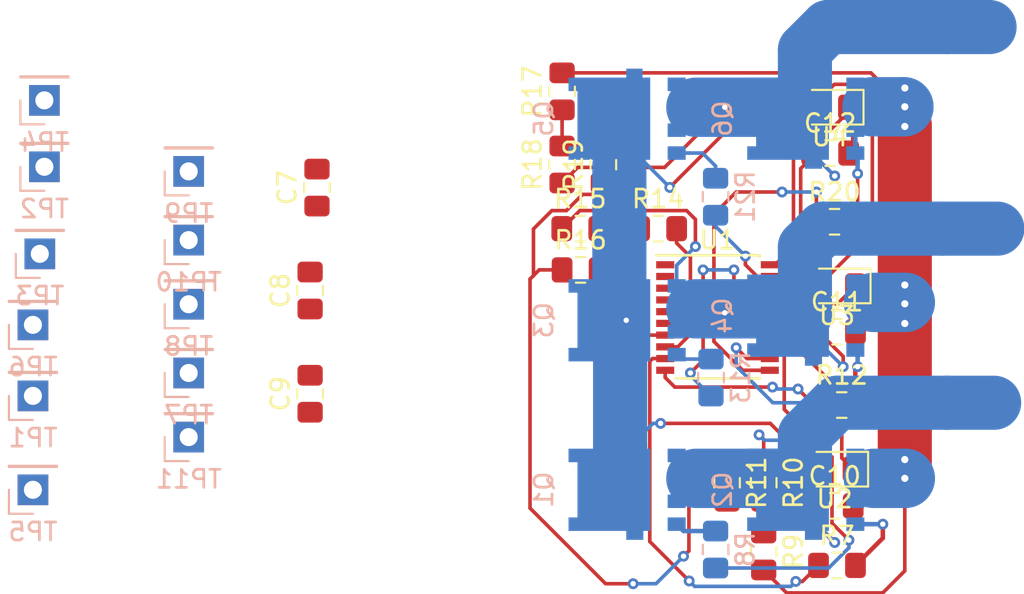
<source format=kicad_pcb>
(kicad_pcb (version 20171130) (host pcbnew "(5.1.4)-1")

  (general
    (thickness 1.6)
    (drawings 0)
    (tracks 255)
    (zones 0)
    (modules 42)
    (nets 32)
  )

  (page A4)
  (layers
    (0 F.Cu signal)
    (31 B.Cu signal)
    (32 B.Adhes user)
    (33 F.Adhes user)
    (34 B.Paste user)
    (35 F.Paste user)
    (36 B.SilkS user)
    (37 F.SilkS user)
    (38 B.Mask user)
    (39 F.Mask user)
    (40 Dwgs.User user)
    (41 Cmts.User user)
    (42 Eco1.User user)
    (43 Eco2.User user)
    (44 Edge.Cuts user)
    (45 Margin user)
    (46 B.CrtYd user)
    (47 F.CrtYd user)
    (48 B.Fab user)
    (49 F.Fab user hide)
  )

  (setup
    (last_trace_width 0.2)
    (user_trace_width 0.5)
    (user_trace_width 3)
    (user_trace_width 3.29)
    (trace_clearance 0.2)
    (zone_clearance 0.508)
    (zone_45_only no)
    (trace_min 0.2)
    (via_size 0.8)
    (via_drill 0.4)
    (via_min_size 0.4)
    (via_min_drill 0.3)
    (user_via 0.6 0.3)
    (uvia_size 0.6)
    (uvia_drill 0.3)
    (uvias_allowed no)
    (uvia_min_size 0.2)
    (uvia_min_drill 0.1)
    (edge_width 0.05)
    (segment_width 0.2)
    (pcb_text_width 0.3)
    (pcb_text_size 1.5 1.5)
    (mod_edge_width 0.12)
    (mod_text_size 1 1)
    (mod_text_width 0.15)
    (pad_size 1.524 1.524)
    (pad_drill 0.762)
    (pad_to_mask_clearance 0.051)
    (solder_mask_min_width 0.25)
    (aux_axis_origin 0 0)
    (visible_elements 7FF9FFFF)
    (pcbplotparams
      (layerselection 0x010fc_ffffffff)
      (usegerberextensions false)
      (usegerberattributes false)
      (usegerberadvancedattributes false)
      (creategerberjobfile false)
      (excludeedgelayer true)
      (linewidth 0.100000)
      (plotframeref false)
      (viasonmask false)
      (mode 1)
      (useauxorigin false)
      (hpglpennumber 1)
      (hpglpenspeed 20)
      (hpglpendiameter 15.000000)
      (psnegative false)
      (psa4output false)
      (plotreference true)
      (plotvalue true)
      (plotinvisibletext false)
      (padsonsilk false)
      (subtractmaskfromsilk false)
      (outputformat 1)
      (mirror false)
      (drillshape 1)
      (scaleselection 1)
      (outputdirectory ""))
  )

  (net 0 "")
  (net 1 GND)
  (net 2 VCC)
  (net 3 PHASE_A)
  (net 4 "Net-(C10-Pad2)")
  (net 5 "Net-(C11-Pad2)")
  (net 6 PHASE_B)
  (net 7 PHASE_C)
  (net 8 "Net-(C12-Pad2)")
  (net 9 GL_A)
  (net 10 GH_A)
  (net 11 GL_B)
  (net 12 GH_B)
  (net 13 GL_C)
  (net 14 GH_C)
  (net 15 HIN_A)
  (net 16 HIN_B)
  (net 17 HIN_C)
  (net 18 LIN_A)
  (net 19 LIN_B)
  (net 20 LIN_C)
  (net 21 SENSE_A)
  (net 22 SENSE_COM)
  (net 23 SENSE_B)
  (net 24 SENSE_C)
  (net 25 "Net-(Q1-Pad2)")
  (net 26 "Net-(Q2-Pad2)")
  (net 27 "Net-(Q3-Pad2)")
  (net 28 "Net-(Q4-Pad2)")
  (net 29 "Net-(Q5-Pad2)")
  (net 30 "Net-(Q6-Pad2)")
  (net 31 "Net-(U1-Pad6)")

  (net_class Default "This is the default net class."
    (clearance 0.2)
    (trace_width 0.2)
    (via_dia 0.8)
    (via_drill 0.4)
    (uvia_dia 0.6)
    (uvia_drill 0.3)
    (add_net GH_A)
    (add_net GH_B)
    (add_net GH_C)
    (add_net GL_A)
    (add_net GL_B)
    (add_net GL_C)
    (add_net GND)
    (add_net HIN_A)
    (add_net HIN_B)
    (add_net HIN_C)
    (add_net LIN_A)
    (add_net LIN_B)
    (add_net LIN_C)
    (add_net "Net-(C10-Pad2)")
    (add_net "Net-(C11-Pad2)")
    (add_net "Net-(C12-Pad2)")
    (add_net "Net-(Q1-Pad2)")
    (add_net "Net-(Q2-Pad2)")
    (add_net "Net-(Q3-Pad2)")
    (add_net "Net-(Q4-Pad2)")
    (add_net "Net-(Q5-Pad2)")
    (add_net "Net-(Q6-Pad2)")
    (add_net "Net-(U1-Pad6)")
    (add_net PHASE_A)
    (add_net PHASE_B)
    (add_net PHASE_C)
    (add_net SENSE_A)
    (add_net SENSE_B)
    (add_net SENSE_C)
    (add_net SENSE_COM)
    (add_net VCC)
  )

  (module half_bridge_fd6288_v1:NTMS5C430 (layer B.Cu) (tedit 5DB48D0D) (tstamp 5DB99194)
    (at 127 102.997 270)
    (path /5E1A72B4)
    (fp_text reference Q4 (at 0 4.572 270) (layer B.SilkS)
      (effects (font (size 1 1) (thickness 0.15)) (justify mirror))
    )
    (fp_text value Q_NMOS_DGS (at 0 -4.826 270) (layer B.Fab)
      (effects (font (size 1 1) (thickness 0.15)) (justify mirror))
    )
    (fp_line (start -3.048 -3.556) (end -3.048 0) (layer F.CrtYd) (width 0.12))
    (fp_line (start 3.048 -3.556) (end -3.048 -3.556) (layer F.CrtYd) (width 0.12))
    (fp_line (start 3.048 3.556) (end 3.048 -3.556) (layer F.CrtYd) (width 0.12))
    (fp_line (start -3.048 3.556) (end 3.048 3.556) (layer F.CrtYd) (width 0.12))
    (fp_line (start -3.048 0) (end -3.048 3.556) (layer F.CrtYd) (width 0.12))
    (pad 3 smd rect (at -1.905 -2.795 270) (size 0.75 1) (layers B.Cu B.Paste B.Mask)
      (net 1 GND) (zone_connect 0))
    (pad 3 smd rect (at -0.635 -2.795 270) (size 0.75 1) (layers B.Cu B.Paste B.Mask)
      (net 1 GND) (zone_connect 0))
    (pad 3 smd rect (at 0.635 -2.795 270) (size 0.75 1) (layers B.Cu B.Paste B.Mask)
      (net 1 GND) (zone_connect 0))
    (pad 2 smd rect (at 1.905 -2.795 270) (size 0.75 1) (layers B.Cu B.Paste B.Mask)
      (net 28 "Net-(Q4-Pad2)") (zone_connect 0))
    (pad 1 smd custom (at 0 0 270) (size 1.524 1.524) (layers B.Cu B.Paste B.Mask)
      (net 6 PHASE_B) (zone_connect 0)
      (options (clearance outline) (anchor rect))
      (primitives
        (gr_poly (pts
           (xy 2.28 -1.33) (xy 2.28 -0.95) (xy 2.775 -0.95) (xy 2.775 0) (xy 2.28 0)
           (xy 2.28 3.2) (xy 1.53 3.2) (xy 1.53 2.705) (xy -1.53 2.705) (xy -1.53 3.2)
           (xy -2.28 3.2) (xy -2.28 0) (xy -2.775 0) (xy -2.775 -0.905) (xy -2.28 -0.905)
           (xy -2.28 -1.33)) (width 0))
      ))
  )

  (module Connector_PinHeader_2.54mm:PinHeader_1x01_P2.54mm_Vertical (layer B.Cu) (tedit 59FED5CC) (tstamp 5DB8E9D6)
    (at 92.837 98.806)
    (descr "Through hole straight pin header, 1x01, 2.54mm pitch, single row")
    (tags "Through hole pin header THT 1x01 2.54mm single row")
    (path /5E31FD72)
    (fp_text reference TP10 (at 0 2.33) (layer B.SilkS)
      (effects (font (size 1 1) (thickness 0.15)) (justify mirror))
    )
    (fp_text value SENSE_C (at 0 -2.33) (layer B.Fab)
      (effects (font (size 1 1) (thickness 0.15)) (justify mirror))
    )
    (fp_line (start -0.635 1.27) (end 1.27 1.27) (layer B.Fab) (width 0.1))
    (fp_line (start 1.27 1.27) (end 1.27 -1.27) (layer B.Fab) (width 0.1))
    (fp_line (start 1.27 -1.27) (end -1.27 -1.27) (layer B.Fab) (width 0.1))
    (fp_line (start -1.27 -1.27) (end -1.27 0.635) (layer B.Fab) (width 0.1))
    (fp_line (start -1.27 0.635) (end -0.635 1.27) (layer B.Fab) (width 0.1))
    (fp_line (start -1.33 -1.33) (end 1.33 -1.33) (layer B.SilkS) (width 0.12))
    (fp_line (start -1.33 -1.27) (end -1.33 -1.33) (layer B.SilkS) (width 0.12))
    (fp_line (start 1.33 -1.27) (end 1.33 -1.33) (layer B.SilkS) (width 0.12))
    (fp_line (start -1.33 -1.27) (end 1.33 -1.27) (layer B.SilkS) (width 0.12))
    (fp_line (start -1.33 0) (end -1.33 1.33) (layer B.SilkS) (width 0.12))
    (fp_line (start -1.33 1.33) (end 0 1.33) (layer B.SilkS) (width 0.12))
    (fp_line (start -1.8 1.8) (end -1.8 -1.8) (layer B.CrtYd) (width 0.05))
    (fp_line (start -1.8 -1.8) (end 1.8 -1.8) (layer B.CrtYd) (width 0.05))
    (fp_line (start 1.8 -1.8) (end 1.8 1.8) (layer B.CrtYd) (width 0.05))
    (fp_line (start 1.8 1.8) (end -1.8 1.8) (layer B.CrtYd) (width 0.05))
    (fp_text user %R (at 0 0 -90) (layer B.Fab)
      (effects (font (size 1 1) (thickness 0.15)) (justify mirror))
    )
    (pad 1 thru_hole rect (at 0 0) (size 1.7 1.7) (drill 1) (layers *.Cu *.Mask)
      (net 22 SENSE_COM))
    (model ${KISYS3DMOD}/Connector_PinHeader_2.54mm.3dshapes/PinHeader_1x01_P2.54mm_Vertical.wrl
      (at (xyz 0 0 0))
      (scale (xyz 1 1 1))
      (rotate (xyz 0 0 0))
    )
  )

  (module Resistor_SMD:R_0805_2012Metric_Pad1.15x1.40mm_HandSolder (layer B.Cu) (tedit 5B36C52B) (tstamp 5DB4A0AC)
    (at 122.047 96.402 90)
    (descr "Resistor SMD 0805 (2012 Metric), square (rectangular) end terminal, IPC_7351 nominal with elongated pad for handsoldering. (Body size source: https://docs.google.com/spreadsheets/d/1BsfQQcO9C6DZCsRaXUlFlo91Tg2WpOkGARC1WS5S8t0/edit?usp=sharing), generated with kicad-footprint-generator")
    (tags "resistor handsolder")
    (path /5E1A9C29)
    (attr smd)
    (fp_text reference R21 (at 0 1.65 90) (layer B.SilkS)
      (effects (font (size 1 1) (thickness 0.15)) (justify mirror))
    )
    (fp_text value 3.3 (at 0 -1.65 90) (layer B.Fab)
      (effects (font (size 1 1) (thickness 0.15)) (justify mirror))
    )
    (fp_line (start -1 -0.6) (end -1 0.6) (layer B.Fab) (width 0.1))
    (fp_line (start -1 0.6) (end 1 0.6) (layer B.Fab) (width 0.1))
    (fp_line (start 1 0.6) (end 1 -0.6) (layer B.Fab) (width 0.1))
    (fp_line (start 1 -0.6) (end -1 -0.6) (layer B.Fab) (width 0.1))
    (fp_line (start -0.261252 0.71) (end 0.261252 0.71) (layer B.SilkS) (width 0.12))
    (fp_line (start -0.261252 -0.71) (end 0.261252 -0.71) (layer B.SilkS) (width 0.12))
    (fp_line (start -1.85 -0.95) (end -1.85 0.95) (layer B.CrtYd) (width 0.05))
    (fp_line (start -1.85 0.95) (end 1.85 0.95) (layer B.CrtYd) (width 0.05))
    (fp_line (start 1.85 0.95) (end 1.85 -0.95) (layer B.CrtYd) (width 0.05))
    (fp_line (start 1.85 -0.95) (end -1.85 -0.95) (layer B.CrtYd) (width 0.05))
    (fp_text user %R (at 0 0 90) (layer B.Fab)
      (effects (font (size 0.5 0.5) (thickness 0.08)) (justify mirror))
    )
    (pad 1 smd roundrect (at -1.025 0 90) (size 1.15 1.4) (layers B.Cu B.Paste B.Mask) (roundrect_rratio 0.217391)
      (net 14 GH_C))
    (pad 2 smd roundrect (at 1.025 0 90) (size 1.15 1.4) (layers B.Cu B.Paste B.Mask) (roundrect_rratio 0.217391)
      (net 29 "Net-(Q5-Pad2)"))
    (model ${KISYS3DMOD}/Resistor_SMD.3dshapes/R_0805_2012Metric.wrl
      (at (xyz 0 0 0))
      (scale (xyz 1 1 1))
      (rotate (xyz 0 0 0))
    )
  )

  (module Package_SO:SSOP-20_4.4x6.5mm_P0.65mm (layer F.Cu) (tedit 5A02F25C) (tstamp 5DB9A634)
    (at 122.153 103.098)
    (descr "SSOP20: plastic shrink small outline package; 20 leads; body width 4.4 mm; (see NXP SSOP-TSSOP-VSO-REFLOW.pdf and sot266-1_po.pdf)")
    (tags "SSOP 0.65")
    (path /5E13CC26)
    (attr smd)
    (fp_text reference U1 (at 0 -4.3) (layer F.SilkS)
      (effects (font (size 1 1) (thickness 0.15)))
    )
    (fp_text value FD6288 (at 0 4.3) (layer F.Fab)
      (effects (font (size 1 1) (thickness 0.15)))
    )
    (fp_text user %R (at 0 0 180) (layer F.Fab)
      (effects (font (size 0.8 0.8) (thickness 0.15)))
    )
    (fp_line (start -2.325 3.375) (end 2.325 3.375) (layer F.SilkS) (width 0.15))
    (fp_line (start -3.4 -3.45) (end 2.325 -3.45) (layer F.SilkS) (width 0.15))
    (fp_line (start -2.325 3.375) (end -2.325 3.35) (layer F.SilkS) (width 0.15))
    (fp_line (start 2.325 3.375) (end 2.325 3.35) (layer F.SilkS) (width 0.15))
    (fp_line (start 2.325 -3.45) (end 2.325 -3.35) (layer F.SilkS) (width 0.15))
    (fp_line (start -3.65 3.55) (end 3.65 3.55) (layer F.CrtYd) (width 0.05))
    (fp_line (start -3.65 -3.55) (end 3.65 -3.55) (layer F.CrtYd) (width 0.05))
    (fp_line (start 3.65 -3.55) (end 3.65 3.55) (layer F.CrtYd) (width 0.05))
    (fp_line (start -3.65 -3.55) (end -3.65 3.55) (layer F.CrtYd) (width 0.05))
    (fp_line (start -2.2 -2.25) (end -1.2 -3.25) (layer F.Fab) (width 0.15))
    (fp_line (start -2.2 3.25) (end -2.2 -2.25) (layer F.Fab) (width 0.15))
    (fp_line (start 2.2 3.25) (end -2.2 3.25) (layer F.Fab) (width 0.15))
    (fp_line (start 2.2 -3.25) (end 2.2 3.25) (layer F.Fab) (width 0.15))
    (fp_line (start -1.2 -3.25) (end 2.2 -3.25) (layer F.Fab) (width 0.15))
    (pad 20 smd rect (at 2.9 -2.925) (size 1 0.4) (layers F.Cu F.Paste F.Mask)
      (net 8 "Net-(C12-Pad2)"))
    (pad 19 smd rect (at 2.9 -2.275) (size 1 0.4) (layers F.Cu F.Paste F.Mask)
      (net 14 GH_C))
    (pad 18 smd rect (at 2.9 -1.625) (size 1 0.4) (layers F.Cu F.Paste F.Mask)
      (net 7 PHASE_C))
    (pad 17 smd rect (at 2.9 -0.975) (size 1 0.4) (layers F.Cu F.Paste F.Mask)
      (net 5 "Net-(C11-Pad2)"))
    (pad 16 smd rect (at 2.9 -0.325) (size 1 0.4) (layers F.Cu F.Paste F.Mask)
      (net 12 GH_B))
    (pad 15 smd rect (at 2.9 0.325) (size 1 0.4) (layers F.Cu F.Paste F.Mask)
      (net 6 PHASE_B))
    (pad 14 smd rect (at 2.9 0.975) (size 1 0.4) (layers F.Cu F.Paste F.Mask)
      (net 4 "Net-(C10-Pad2)"))
    (pad 13 smd rect (at 2.9 1.625) (size 1 0.4) (layers F.Cu F.Paste F.Mask)
      (net 10 GH_A))
    (pad 12 smd rect (at 2.9 2.275) (size 1 0.4) (layers F.Cu F.Paste F.Mask)
      (net 3 PHASE_A))
    (pad 11 smd rect (at 2.9 2.925) (size 1 0.4) (layers F.Cu F.Paste F.Mask)
      (net 13 GL_C))
    (pad 10 smd rect (at -2.9 2.925) (size 1 0.4) (layers F.Cu F.Paste F.Mask)
      (net 11 GL_B))
    (pad 9 smd rect (at -2.9 2.275) (size 1 0.4) (layers F.Cu F.Paste F.Mask)
      (net 9 GL_A))
    (pad 8 smd rect (at -2.9 1.625) (size 1 0.4) (layers F.Cu F.Paste F.Mask)
      (net 1 GND))
    (pad 7 smd rect (at -2.9 0.975) (size 1 0.4) (layers F.Cu F.Paste F.Mask)
      (net 2 VCC))
    (pad 6 smd rect (at -2.9 0.325) (size 1 0.4) (layers F.Cu F.Paste F.Mask)
      (net 31 "Net-(U1-Pad6)"))
    (pad 5 smd rect (at -2.9 -0.325) (size 1 0.4) (layers F.Cu F.Paste F.Mask)
      (net 19 LIN_B))
    (pad 4 smd rect (at -2.9 -0.975) (size 1 0.4) (layers F.Cu F.Paste F.Mask)
      (net 20 LIN_C))
    (pad 3 smd rect (at -2.9 -1.625) (size 1 0.4) (layers F.Cu F.Paste F.Mask)
      (net 15 HIN_A))
    (pad 2 smd rect (at -2.9 -2.275) (size 1 0.4) (layers F.Cu F.Paste F.Mask)
      (net 16 HIN_B))
    (pad 1 smd rect (at -2.9 -2.925) (size 1 0.4) (layers F.Cu F.Paste F.Mask)
      (net 17 HIN_C))
    (model ${KISYS3DMOD}/Package_SO.3dshapes/SSOP-20_4.4x6.5mm_P0.65mm.wrl
      (at (xyz 0 0 0))
      (scale (xyz 1 1 1))
      (rotate (xyz 0 0 0))
    )
  )

  (module Resistor_SMD:R_0805_2012Metric_Pad1.15x1.40mm_HandSolder (layer F.Cu) (tedit 5B36C52B) (tstamp 5DB862C7)
    (at 118.863 98.171)
    (descr "Resistor SMD 0805 (2012 Metric), square (rectangular) end terminal, IPC_7351 nominal with elongated pad for handsoldering. (Body size source: https://docs.google.com/spreadsheets/d/1BsfQQcO9C6DZCsRaXUlFlo91Tg2WpOkGARC1WS5S8t0/edit?usp=sharing), generated with kicad-footprint-generator")
    (tags "resistor handsolder")
    (path /5E270F66)
    (attr smd)
    (fp_text reference R14 (at 0 -1.65 180) (layer F.SilkS)
      (effects (font (size 1 1) (thickness 0.15)))
    )
    (fp_text value 33K (at 0 1.65) (layer F.Fab)
      (effects (font (size 1 1) (thickness 0.15)))
    )
    (fp_line (start -1 0.6) (end -1 -0.6) (layer F.Fab) (width 0.1))
    (fp_line (start -1 -0.6) (end 1 -0.6) (layer F.Fab) (width 0.1))
    (fp_line (start 1 -0.6) (end 1 0.6) (layer F.Fab) (width 0.1))
    (fp_line (start 1 0.6) (end -1 0.6) (layer F.Fab) (width 0.1))
    (fp_line (start -0.261252 -0.71) (end 0.261252 -0.71) (layer F.SilkS) (width 0.12))
    (fp_line (start -0.261252 0.71) (end 0.261252 0.71) (layer F.SilkS) (width 0.12))
    (fp_line (start -1.85 0.95) (end -1.85 -0.95) (layer F.CrtYd) (width 0.05))
    (fp_line (start -1.85 -0.95) (end 1.85 -0.95) (layer F.CrtYd) (width 0.05))
    (fp_line (start 1.85 -0.95) (end 1.85 0.95) (layer F.CrtYd) (width 0.05))
    (fp_line (start 1.85 0.95) (end -1.85 0.95) (layer F.CrtYd) (width 0.05))
    (fp_text user %R (at 0 0) (layer F.Fab)
      (effects (font (size 0.5 0.5) (thickness 0.08)))
    )
    (pad 1 smd roundrect (at -1.025 0) (size 1.15 1.4) (layers F.Cu F.Paste F.Mask) (roundrect_rratio 0.217391)
      (net 23 SENSE_B))
    (pad 2 smd roundrect (at 1.025 0) (size 1.15 1.4) (layers F.Cu F.Paste F.Mask) (roundrect_rratio 0.217391)
      (net 1 GND))
    (model ${KISYS3DMOD}/Resistor_SMD.3dshapes/R_0805_2012Metric.wrl
      (at (xyz 0 0 0))
      (scale (xyz 1 1 1))
      (rotate (xyz 0 0 0))
    )
  )

  (module Resistor_SMD:R_0805_2012Metric_Pad1.15x1.40mm_HandSolder (layer F.Cu) (tedit 5B36C52B) (tstamp 5DB9A677)
    (at 128.642 97.79)
    (descr "Resistor SMD 0805 (2012 Metric), square (rectangular) end terminal, IPC_7351 nominal with elongated pad for handsoldering. (Body size source: https://docs.google.com/spreadsheets/d/1BsfQQcO9C6DZCsRaXUlFlo91Tg2WpOkGARC1WS5S8t0/edit?usp=sharing), generated with kicad-footprint-generator")
    (tags "resistor handsolder")
    (path /5E1A9C13)
    (attr smd)
    (fp_text reference R20 (at 0 -1.65) (layer F.SilkS)
      (effects (font (size 1 1) (thickness 0.15)))
    )
    (fp_text value 3.3 (at 0 1.65) (layer F.Fab)
      (effects (font (size 1 1) (thickness 0.15)))
    )
    (fp_text user %R (at 0 0) (layer F.Fab)
      (effects (font (size 0.5 0.5) (thickness 0.08)))
    )
    (fp_line (start 1.85 0.95) (end -1.85 0.95) (layer F.CrtYd) (width 0.05))
    (fp_line (start 1.85 -0.95) (end 1.85 0.95) (layer F.CrtYd) (width 0.05))
    (fp_line (start -1.85 -0.95) (end 1.85 -0.95) (layer F.CrtYd) (width 0.05))
    (fp_line (start -1.85 0.95) (end -1.85 -0.95) (layer F.CrtYd) (width 0.05))
    (fp_line (start -0.261252 0.71) (end 0.261252 0.71) (layer F.SilkS) (width 0.12))
    (fp_line (start -0.261252 -0.71) (end 0.261252 -0.71) (layer F.SilkS) (width 0.12))
    (fp_line (start 1 0.6) (end -1 0.6) (layer F.Fab) (width 0.1))
    (fp_line (start 1 -0.6) (end 1 0.6) (layer F.Fab) (width 0.1))
    (fp_line (start -1 -0.6) (end 1 -0.6) (layer F.Fab) (width 0.1))
    (fp_line (start -1 0.6) (end -1 -0.6) (layer F.Fab) (width 0.1))
    (pad 2 smd roundrect (at 1.025 0) (size 1.15 1.4) (layers F.Cu F.Paste F.Mask) (roundrect_rratio 0.217391)
      (net 30 "Net-(Q6-Pad2)"))
    (pad 1 smd roundrect (at -1.025 0) (size 1.15 1.4) (layers F.Cu F.Paste F.Mask) (roundrect_rratio 0.217391)
      (net 13 GL_C))
    (model ${KISYS3DMOD}/Resistor_SMD.3dshapes/R_0805_2012Metric.wrl
      (at (xyz 0 0 0))
      (scale (xyz 1 1 1))
      (rotate (xyz 0 0 0))
    )
  )

  (module Resistor_SMD:R_0805_2012Metric_Pad1.15x1.40mm_HandSolder (layer B.Cu) (tedit 5B36C52B) (tstamp 5DB49FCF)
    (at 122.047 115.96 90)
    (descr "Resistor SMD 0805 (2012 Metric), square (rectangular) end terminal, IPC_7351 nominal with elongated pad for handsoldering. (Body size source: https://docs.google.com/spreadsheets/d/1BsfQQcO9C6DZCsRaXUlFlo91Tg2WpOkGARC1WS5S8t0/edit?usp=sharing), generated with kicad-footprint-generator")
    (tags "resistor handsolder")
    (path /5E19BFB6)
    (attr smd)
    (fp_text reference R8 (at 0 1.65 270) (layer B.SilkS)
      (effects (font (size 1 1) (thickness 0.15)) (justify mirror))
    )
    (fp_text value 3.3 (at 0 -1.65 270) (layer B.Fab)
      (effects (font (size 1 1) (thickness 0.15)) (justify mirror))
    )
    (fp_text user %R (at 0 0 270) (layer B.Fab)
      (effects (font (size 0.5 0.5) (thickness 0.08)) (justify mirror))
    )
    (fp_line (start 1.85 -0.95) (end -1.85 -0.95) (layer B.CrtYd) (width 0.05))
    (fp_line (start 1.85 0.95) (end 1.85 -0.95) (layer B.CrtYd) (width 0.05))
    (fp_line (start -1.85 0.95) (end 1.85 0.95) (layer B.CrtYd) (width 0.05))
    (fp_line (start -1.85 -0.95) (end -1.85 0.95) (layer B.CrtYd) (width 0.05))
    (fp_line (start -0.261252 -0.71) (end 0.261252 -0.71) (layer B.SilkS) (width 0.12))
    (fp_line (start -0.261252 0.71) (end 0.261252 0.71) (layer B.SilkS) (width 0.12))
    (fp_line (start 1 -0.6) (end -1 -0.6) (layer B.Fab) (width 0.1))
    (fp_line (start 1 0.6) (end 1 -0.6) (layer B.Fab) (width 0.1))
    (fp_line (start -1 0.6) (end 1 0.6) (layer B.Fab) (width 0.1))
    (fp_line (start -1 -0.6) (end -1 0.6) (layer B.Fab) (width 0.1))
    (pad 2 smd roundrect (at 1.025 0 90) (size 1.15 1.4) (layers B.Cu B.Paste B.Mask) (roundrect_rratio 0.217391)
      (net 25 "Net-(Q1-Pad2)"))
    (pad 1 smd roundrect (at -1.025 0 90) (size 1.15 1.4) (layers B.Cu B.Paste B.Mask) (roundrect_rratio 0.217391)
      (net 10 GH_A))
    (model ${KISYS3DMOD}/Resistor_SMD.3dshapes/R_0805_2012Metric.wrl
      (at (xyz 0 0 0))
      (scale (xyz 1 1 1))
      (rotate (xyz 0 0 0))
    )
  )

  (module half_bridge_fd6288_v1:NTMS5C430 (layer B.Cu) (tedit 5DB48D0D) (tstamp 5DB9D81E)
    (at 117.094 112.649 270)
    (path /5E13F7CD)
    (fp_text reference Q1 (at 0 4.572 270) (layer B.SilkS)
      (effects (font (size 1 1) (thickness 0.15)) (justify mirror))
    )
    (fp_text value Q_NMOS_DGS (at 0 -4.826 270) (layer B.Fab)
      (effects (font (size 1 1) (thickness 0.15)) (justify mirror))
    )
    (fp_line (start -3.048 0) (end -3.048 3.556) (layer F.CrtYd) (width 0.12))
    (fp_line (start -3.048 3.556) (end 3.048 3.556) (layer F.CrtYd) (width 0.12))
    (fp_line (start 3.048 3.556) (end 3.048 -3.556) (layer F.CrtYd) (width 0.12))
    (fp_line (start 3.048 -3.556) (end -3.048 -3.556) (layer F.CrtYd) (width 0.12))
    (fp_line (start -3.048 -3.556) (end -3.048 0) (layer F.CrtYd) (width 0.12))
    (pad 1 smd custom (at 0 0 270) (size 1.524 1.524) (layers B.Cu B.Paste B.Mask)
      (net 2 VCC) (zone_connect 0)
      (options (clearance outline) (anchor rect))
      (primitives
        (gr_poly (pts
           (xy 2.28 -1.33) (xy 2.28 -0.95) (xy 2.775 -0.95) (xy 2.775 0) (xy 2.28 0)
           (xy 2.28 3.2) (xy 1.53 3.2) (xy 1.53 2.705) (xy -1.53 2.705) (xy -1.53 3.2)
           (xy -2.28 3.2) (xy -2.28 0) (xy -2.775 0) (xy -2.775 -0.905) (xy -2.28 -0.905)
           (xy -2.28 -1.33)) (width 0))
      ))
    (pad 2 smd rect (at 1.905 -2.795 270) (size 0.75 1) (layers B.Cu B.Paste B.Mask)
      (net 25 "Net-(Q1-Pad2)") (zone_connect 0))
    (pad 3 smd rect (at 0.635 -2.795 270) (size 0.75 1) (layers B.Cu B.Paste B.Mask)
      (net 3 PHASE_A) (zone_connect 0))
    (pad 3 smd rect (at -0.635 -2.795 270) (size 0.75 1) (layers B.Cu B.Paste B.Mask)
      (net 3 PHASE_A) (zone_connect 0))
    (pad 3 smd rect (at -1.905 -2.795 270) (size 0.75 1) (layers B.Cu B.Paste B.Mask)
      (net 3 PHASE_A) (zone_connect 0))
  )

  (module half_bridge_fd6288_v1:NTMS5C430 (layer B.Cu) (tedit 5DB48D0D) (tstamp 5DB49F0F)
    (at 127 112.649 270)
    (path /5E140447)
    (fp_text reference Q2 (at 0 4.572 270) (layer B.SilkS)
      (effects (font (size 1 1) (thickness 0.15)) (justify mirror))
    )
    (fp_text value Q_NMOS_DGS (at 0 -4.826 270) (layer B.Fab)
      (effects (font (size 1 1) (thickness 0.15)) (justify mirror))
    )
    (fp_line (start -3.048 -3.556) (end -3.048 0) (layer F.CrtYd) (width 0.12))
    (fp_line (start 3.048 -3.556) (end -3.048 -3.556) (layer F.CrtYd) (width 0.12))
    (fp_line (start 3.048 3.556) (end 3.048 -3.556) (layer F.CrtYd) (width 0.12))
    (fp_line (start -3.048 3.556) (end 3.048 3.556) (layer F.CrtYd) (width 0.12))
    (fp_line (start -3.048 0) (end -3.048 3.556) (layer F.CrtYd) (width 0.12))
    (pad 3 smd rect (at -1.905 -2.795 270) (size 0.75 1) (layers B.Cu B.Paste B.Mask)
      (net 1 GND) (zone_connect 0))
    (pad 3 smd rect (at -0.635 -2.795 270) (size 0.75 1) (layers B.Cu B.Paste B.Mask)
      (net 1 GND) (zone_connect 0))
    (pad 3 smd rect (at 0.635 -2.795 270) (size 0.75 1) (layers B.Cu B.Paste B.Mask)
      (net 1 GND) (zone_connect 0))
    (pad 2 smd rect (at 1.905 -2.795 270) (size 0.75 1) (layers B.Cu B.Paste B.Mask)
      (net 26 "Net-(Q2-Pad2)") (zone_connect 0))
    (pad 1 smd custom (at 0 0 270) (size 1.524 1.524) (layers B.Cu B.Paste B.Mask)
      (net 3 PHASE_A) (zone_connect 0)
      (options (clearance outline) (anchor rect))
      (primitives
        (gr_poly (pts
           (xy 2.28 -1.33) (xy 2.28 -0.95) (xy 2.775 -0.95) (xy 2.775 0) (xy 2.28 0)
           (xy 2.28 3.2) (xy 1.53 3.2) (xy 1.53 2.705) (xy -1.53 2.705) (xy -1.53 3.2)
           (xy -2.28 3.2) (xy -2.28 0) (xy -2.775 0) (xy -2.775 -0.905) (xy -2.28 -0.905)
           (xy -2.28 -1.33)) (width 0))
      ))
  )

  (module half_bridge_fd6288_v1:NTMS5C430 (layer B.Cu) (tedit 5DB48D0D) (tstamp 5DB9B291)
    (at 117.094 103.251 270)
    (path /5E1A72AE)
    (fp_text reference Q3 (at 0 4.572 270) (layer B.SilkS)
      (effects (font (size 1 1) (thickness 0.15)) (justify mirror))
    )
    (fp_text value Q_NMOS_DGS (at 0 -4.826 270) (layer B.Fab)
      (effects (font (size 1 1) (thickness 0.15)) (justify mirror))
    )
    (fp_line (start -3.048 0) (end -3.048 3.556) (layer F.CrtYd) (width 0.12))
    (fp_line (start -3.048 3.556) (end 3.048 3.556) (layer F.CrtYd) (width 0.12))
    (fp_line (start 3.048 3.556) (end 3.048 -3.556) (layer F.CrtYd) (width 0.12))
    (fp_line (start 3.048 -3.556) (end -3.048 -3.556) (layer F.CrtYd) (width 0.12))
    (fp_line (start -3.048 -3.556) (end -3.048 0) (layer F.CrtYd) (width 0.12))
    (pad 1 smd custom (at 0 0 270) (size 1.524 1.524) (layers B.Cu B.Paste B.Mask)
      (net 2 VCC) (zone_connect 0)
      (options (clearance outline) (anchor rect))
      (primitives
        (gr_poly (pts
           (xy 2.28 -1.33) (xy 2.28 -0.95) (xy 2.775 -0.95) (xy 2.775 0) (xy 2.28 0)
           (xy 2.28 3.2) (xy 1.53 3.2) (xy 1.53 2.705) (xy -1.53 2.705) (xy -1.53 3.2)
           (xy -2.28 3.2) (xy -2.28 0) (xy -2.775 0) (xy -2.775 -0.905) (xy -2.28 -0.905)
           (xy -2.28 -1.33)) (width 0))
      ))
    (pad 2 smd rect (at 1.905 -2.795 270) (size 0.75 1) (layers B.Cu B.Paste B.Mask)
      (net 27 "Net-(Q3-Pad2)") (zone_connect 0))
    (pad 3 smd rect (at 0.635 -2.795 270) (size 0.75 1) (layers B.Cu B.Paste B.Mask)
      (net 6 PHASE_B) (zone_connect 0))
    (pad 3 smd rect (at -0.635 -2.795 270) (size 0.75 1) (layers B.Cu B.Paste B.Mask)
      (net 6 PHASE_B) (zone_connect 0))
    (pad 3 smd rect (at -1.905 -2.795 270) (size 0.75 1) (layers B.Cu B.Paste B.Mask)
      (net 6 PHASE_B) (zone_connect 0))
  )

  (module half_bridge_fd6288_v1:NTMS5C430 (layer B.Cu) (tedit 5DB48D0D) (tstamp 5DBA098A)
    (at 117.094 92.075 270)
    (path /5E1A9BFD)
    (fp_text reference Q5 (at 0 4.572 270) (layer B.SilkS)
      (effects (font (size 1 1) (thickness 0.15)) (justify mirror))
    )
    (fp_text value Q_NMOS_DGS (at 0 -4.826 270) (layer B.Fab)
      (effects (font (size 1 1) (thickness 0.15)) (justify mirror))
    )
    (fp_line (start -3.048 -3.556) (end -3.048 0) (layer F.CrtYd) (width 0.12))
    (fp_line (start 3.048 -3.556) (end -3.048 -3.556) (layer F.CrtYd) (width 0.12))
    (fp_line (start 3.048 3.556) (end 3.048 -3.556) (layer F.CrtYd) (width 0.12))
    (fp_line (start -3.048 3.556) (end 3.048 3.556) (layer F.CrtYd) (width 0.12))
    (fp_line (start -3.048 0) (end -3.048 3.556) (layer F.CrtYd) (width 0.12))
    (pad 3 smd rect (at -1.905 -2.795 270) (size 0.75 1) (layers B.Cu B.Paste B.Mask)
      (net 7 PHASE_C) (zone_connect 0))
    (pad 3 smd rect (at -0.635 -2.795 270) (size 0.75 1) (layers B.Cu B.Paste B.Mask)
      (net 7 PHASE_C) (zone_connect 0))
    (pad 3 smd rect (at 0.635 -2.795 270) (size 0.75 1) (layers B.Cu B.Paste B.Mask)
      (net 7 PHASE_C) (zone_connect 0))
    (pad 2 smd rect (at 1.905 -2.795 270) (size 0.75 1) (layers B.Cu B.Paste B.Mask)
      (net 29 "Net-(Q5-Pad2)") (zone_connect 0))
    (pad 1 smd custom (at 0 0 270) (size 1.524 1.524) (layers B.Cu B.Paste B.Mask)
      (net 2 VCC) (zone_connect 0)
      (options (clearance outline) (anchor rect))
      (primitives
        (gr_poly (pts
           (xy 2.28 -1.33) (xy 2.28 -0.95) (xy 2.775 -0.95) (xy 2.775 0) (xy 2.28 0)
           (xy 2.28 3.2) (xy 1.53 3.2) (xy 1.53 2.705) (xy -1.53 2.705) (xy -1.53 3.2)
           (xy -2.28 3.2) (xy -2.28 0) (xy -2.775 0) (xy -2.775 -0.905) (xy -2.28 -0.905)
           (xy -2.28 -1.33)) (width 0))
      ))
  )

  (module half_bridge_fd6288_v1:NTMS5C430 (layer B.Cu) (tedit 5DB48D0D) (tstamp 5DBA0963)
    (at 127 92.075 270)
    (path /5E1A9C03)
    (fp_text reference Q6 (at 0 4.572 270) (layer B.SilkS)
      (effects (font (size 1 1) (thickness 0.15)) (justify mirror))
    )
    (fp_text value Q_NMOS_DGS (at 0 -4.826 270) (layer B.Fab)
      (effects (font (size 1 1) (thickness 0.15)) (justify mirror))
    )
    (fp_line (start -3.048 0) (end -3.048 3.556) (layer F.CrtYd) (width 0.12))
    (fp_line (start -3.048 3.556) (end 3.048 3.556) (layer F.CrtYd) (width 0.12))
    (fp_line (start 3.048 3.556) (end 3.048 -3.556) (layer F.CrtYd) (width 0.12))
    (fp_line (start 3.048 -3.556) (end -3.048 -3.556) (layer F.CrtYd) (width 0.12))
    (fp_line (start -3.048 -3.556) (end -3.048 0) (layer F.CrtYd) (width 0.12))
    (pad 1 smd custom (at 0 0 270) (size 1.524 1.524) (layers B.Cu B.Paste B.Mask)
      (net 7 PHASE_C) (zone_connect 0)
      (options (clearance outline) (anchor rect))
      (primitives
        (gr_poly (pts
           (xy 2.28 -1.33) (xy 2.28 -0.95) (xy 2.775 -0.95) (xy 2.775 0) (xy 2.28 0)
           (xy 2.28 3.2) (xy 1.53 3.2) (xy 1.53 2.705) (xy -1.53 2.705) (xy -1.53 3.2)
           (xy -2.28 3.2) (xy -2.28 0) (xy -2.775 0) (xy -2.775 -0.905) (xy -2.28 -0.905)
           (xy -2.28 -1.33)) (width 0))
      ))
    (pad 2 smd rect (at 1.905 -2.795 270) (size 0.75 1) (layers B.Cu B.Paste B.Mask)
      (net 30 "Net-(Q6-Pad2)") (zone_connect 0))
    (pad 3 smd rect (at 0.635 -2.795 270) (size 0.75 1) (layers B.Cu B.Paste B.Mask)
      (net 1 GND) (zone_connect 0))
    (pad 3 smd rect (at -0.635 -2.795 270) (size 0.75 1) (layers B.Cu B.Paste B.Mask)
      (net 1 GND) (zone_connect 0))
    (pad 3 smd rect (at -1.905 -2.795 270) (size 0.75 1) (layers B.Cu B.Paste B.Mask)
      (net 1 GND) (zone_connect 0))
  )

  (module Resistor_SMD:R_0805_2012Metric_Pad1.15x1.40mm_HandSolder (layer F.Cu) (tedit 5B36C52B) (tstamp 5DB49FBE)
    (at 128.778 116.84)
    (descr "Resistor SMD 0805 (2012 Metric), square (rectangular) end terminal, IPC_7351 nominal with elongated pad for handsoldering. (Body size source: https://docs.google.com/spreadsheets/d/1BsfQQcO9C6DZCsRaXUlFlo91Tg2WpOkGARC1WS5S8t0/edit?usp=sharing), generated with kicad-footprint-generator")
    (tags "resistor handsolder")
    (path /5E1935FB)
    (attr smd)
    (fp_text reference R7 (at 0 -1.65) (layer F.SilkS)
      (effects (font (size 1 1) (thickness 0.15)))
    )
    (fp_text value 3.3 (at 0 1.65) (layer F.Fab)
      (effects (font (size 1 1) (thickness 0.15)))
    )
    (fp_line (start -1 0.6) (end -1 -0.6) (layer F.Fab) (width 0.1))
    (fp_line (start -1 -0.6) (end 1 -0.6) (layer F.Fab) (width 0.1))
    (fp_line (start 1 -0.6) (end 1 0.6) (layer F.Fab) (width 0.1))
    (fp_line (start 1 0.6) (end -1 0.6) (layer F.Fab) (width 0.1))
    (fp_line (start -0.261252 -0.71) (end 0.261252 -0.71) (layer F.SilkS) (width 0.12))
    (fp_line (start -0.261252 0.71) (end 0.261252 0.71) (layer F.SilkS) (width 0.12))
    (fp_line (start -1.85 0.95) (end -1.85 -0.95) (layer F.CrtYd) (width 0.05))
    (fp_line (start -1.85 -0.95) (end 1.85 -0.95) (layer F.CrtYd) (width 0.05))
    (fp_line (start 1.85 -0.95) (end 1.85 0.95) (layer F.CrtYd) (width 0.05))
    (fp_line (start 1.85 0.95) (end -1.85 0.95) (layer F.CrtYd) (width 0.05))
    (fp_text user %R (at 0 0) (layer F.Fab)
      (effects (font (size 0.5 0.5) (thickness 0.08)))
    )
    (pad 1 smd roundrect (at -1.025 0) (size 1.15 1.4) (layers F.Cu F.Paste F.Mask) (roundrect_rratio 0.217391)
      (net 9 GL_A))
    (pad 2 smd roundrect (at 1.025 0) (size 1.15 1.4) (layers F.Cu F.Paste F.Mask) (roundrect_rratio 0.217391)
      (net 26 "Net-(Q2-Pad2)"))
    (model ${KISYS3DMOD}/Resistor_SMD.3dshapes/R_0805_2012Metric.wrl
      (at (xyz 0 0 0))
      (scale (xyz 1 1 1))
      (rotate (xyz 0 0 0))
    )
  )

  (module Resistor_SMD:R_0805_2012Metric_Pad1.15x1.40mm_HandSolder (layer F.Cu) (tedit 5B36C52B) (tstamp 5DB4A013)
    (at 129.041 107.95)
    (descr "Resistor SMD 0805 (2012 Metric), square (rectangular) end terminal, IPC_7351 nominal with elongated pad for handsoldering. (Body size source: https://docs.google.com/spreadsheets/d/1BsfQQcO9C6DZCsRaXUlFlo91Tg2WpOkGARC1WS5S8t0/edit?usp=sharing), generated with kicad-footprint-generator")
    (tags "resistor handsolder")
    (path /5E1A72C4)
    (attr smd)
    (fp_text reference R12 (at 0 -1.65) (layer F.SilkS)
      (effects (font (size 1 1) (thickness 0.15)))
    )
    (fp_text value 3.3 (at 0 1.65) (layer F.Fab)
      (effects (font (size 1 1) (thickness 0.15)))
    )
    (fp_line (start -1 0.6) (end -1 -0.6) (layer F.Fab) (width 0.1))
    (fp_line (start -1 -0.6) (end 1 -0.6) (layer F.Fab) (width 0.1))
    (fp_line (start 1 -0.6) (end 1 0.6) (layer F.Fab) (width 0.1))
    (fp_line (start 1 0.6) (end -1 0.6) (layer F.Fab) (width 0.1))
    (fp_line (start -0.261252 -0.71) (end 0.261252 -0.71) (layer F.SilkS) (width 0.12))
    (fp_line (start -0.261252 0.71) (end 0.261252 0.71) (layer F.SilkS) (width 0.12))
    (fp_line (start -1.85 0.95) (end -1.85 -0.95) (layer F.CrtYd) (width 0.05))
    (fp_line (start -1.85 -0.95) (end 1.85 -0.95) (layer F.CrtYd) (width 0.05))
    (fp_line (start 1.85 -0.95) (end 1.85 0.95) (layer F.CrtYd) (width 0.05))
    (fp_line (start 1.85 0.95) (end -1.85 0.95) (layer F.CrtYd) (width 0.05))
    (fp_text user %R (at 0 0) (layer F.Fab)
      (effects (font (size 0.5 0.5) (thickness 0.08)))
    )
    (pad 1 smd roundrect (at -1.025 0) (size 1.15 1.4) (layers F.Cu F.Paste F.Mask) (roundrect_rratio 0.217391)
      (net 11 GL_B))
    (pad 2 smd roundrect (at 1.025 0) (size 1.15 1.4) (layers F.Cu F.Paste F.Mask) (roundrect_rratio 0.217391)
      (net 28 "Net-(Q4-Pad2)"))
    (model ${KISYS3DMOD}/Resistor_SMD.3dshapes/R_0805_2012Metric.wrl
      (at (xyz 0 0 0))
      (scale (xyz 1 1 1))
      (rotate (xyz 0 0 0))
    )
  )

  (module Resistor_SMD:R_0805_2012Metric_Pad1.15x1.40mm_HandSolder (layer B.Cu) (tedit 5B36C52B) (tstamp 5DB4A024)
    (at 121.793 106.426 90)
    (descr "Resistor SMD 0805 (2012 Metric), square (rectangular) end terminal, IPC_7351 nominal with elongated pad for handsoldering. (Body size source: https://docs.google.com/spreadsheets/d/1BsfQQcO9C6DZCsRaXUlFlo91Tg2WpOkGARC1WS5S8t0/edit?usp=sharing), generated with kicad-footprint-generator")
    (tags "resistor handsolder")
    (path /5E1A72DA)
    (attr smd)
    (fp_text reference R13 (at 0 1.65 270) (layer B.SilkS)
      (effects (font (size 1 1) (thickness 0.15)) (justify mirror))
    )
    (fp_text value 3.3 (at 0 -1.65 270) (layer B.Fab)
      (effects (font (size 1 1) (thickness 0.15)) (justify mirror))
    )
    (fp_line (start 1.85 -0.95) (end -1.85 -0.95) (layer B.CrtYd) (width 0.05))
    (fp_line (start 1.85 0.95) (end 1.85 -0.95) (layer B.CrtYd) (width 0.05))
    (fp_line (start -1.85 0.95) (end 1.85 0.95) (layer B.CrtYd) (width 0.05))
    (fp_line (start -1.85 -0.95) (end -1.85 0.95) (layer B.CrtYd) (width 0.05))
    (fp_line (start -0.261252 -0.71) (end 0.261252 -0.71) (layer B.SilkS) (width 0.12))
    (fp_line (start -0.261252 0.71) (end 0.261252 0.71) (layer B.SilkS) (width 0.12))
    (fp_line (start 1 -0.6) (end -1 -0.6) (layer B.Fab) (width 0.1))
    (fp_line (start 1 0.6) (end 1 -0.6) (layer B.Fab) (width 0.1))
    (fp_line (start -1 0.6) (end 1 0.6) (layer B.Fab) (width 0.1))
    (fp_line (start -1 -0.6) (end -1 0.6) (layer B.Fab) (width 0.1))
    (pad 2 smd roundrect (at 1.025 0 90) (size 1.15 1.4) (layers B.Cu B.Paste B.Mask) (roundrect_rratio 0.217391)
      (net 27 "Net-(Q3-Pad2)"))
    (pad 1 smd roundrect (at -1.025 0 90) (size 1.15 1.4) (layers B.Cu B.Paste B.Mask) (roundrect_rratio 0.217391)
      (net 12 GH_B))
    (model ${KISYS3DMOD}/Resistor_SMD.3dshapes/R_0805_2012Metric.wrl
      (at (xyz 0 0 0))
      (scale (xyz 1 1 1))
      (rotate (xyz 0 0 0))
    )
  )

  (module Resistor_SMD:R_0805_2012Metric_Pad1.15x1.40mm_HandSolder (layer F.Cu) (tedit 5B36C52B) (tstamp 5DB86294)
    (at 124.714 116.069 270)
    (descr "Resistor SMD 0805 (2012 Metric), square (rectangular) end terminal, IPC_7351 nominal with elongated pad for handsoldering. (Body size source: https://docs.google.com/spreadsheets/d/1BsfQQcO9C6DZCsRaXUlFlo91Tg2WpOkGARC1WS5S8t0/edit?usp=sharing), generated with kicad-footprint-generator")
    (tags "resistor handsolder")
    (path /5E25098E)
    (attr smd)
    (fp_text reference R9 (at 0 -1.65 90) (layer F.SilkS)
      (effects (font (size 1 1) (thickness 0.15)))
    )
    (fp_text value 33K (at 0 1.65 90) (layer F.Fab)
      (effects (font (size 1 1) (thickness 0.15)))
    )
    (fp_line (start -1 0.6) (end -1 -0.6) (layer F.Fab) (width 0.1))
    (fp_line (start -1 -0.6) (end 1 -0.6) (layer F.Fab) (width 0.1))
    (fp_line (start 1 -0.6) (end 1 0.6) (layer F.Fab) (width 0.1))
    (fp_line (start 1 0.6) (end -1 0.6) (layer F.Fab) (width 0.1))
    (fp_line (start -0.261252 -0.71) (end 0.261252 -0.71) (layer F.SilkS) (width 0.12))
    (fp_line (start -0.261252 0.71) (end 0.261252 0.71) (layer F.SilkS) (width 0.12))
    (fp_line (start -1.85 0.95) (end -1.85 -0.95) (layer F.CrtYd) (width 0.05))
    (fp_line (start -1.85 -0.95) (end 1.85 -0.95) (layer F.CrtYd) (width 0.05))
    (fp_line (start 1.85 -0.95) (end 1.85 0.95) (layer F.CrtYd) (width 0.05))
    (fp_line (start 1.85 0.95) (end -1.85 0.95) (layer F.CrtYd) (width 0.05))
    (fp_text user %R (at 0 0 90) (layer F.Fab)
      (effects (font (size 0.5 0.5) (thickness 0.08)))
    )
    (pad 1 smd roundrect (at -1.025 0 270) (size 1.15 1.4) (layers F.Cu F.Paste F.Mask) (roundrect_rratio 0.217391)
      (net 21 SENSE_A))
    (pad 2 smd roundrect (at 1.025 0 270) (size 1.15 1.4) (layers F.Cu F.Paste F.Mask) (roundrect_rratio 0.217391)
      (net 1 GND))
    (model ${KISYS3DMOD}/Resistor_SMD.3dshapes/R_0805_2012Metric.wrl
      (at (xyz 0 0 0))
      (scale (xyz 1 1 1))
      (rotate (xyz 0 0 0))
    )
  )

  (module Resistor_SMD:R_0805_2012Metric_Pad1.15x1.40mm_HandSolder (layer F.Cu) (tedit 5B36C52B) (tstamp 5DB862A5)
    (at 124.714 112.259 270)
    (descr "Resistor SMD 0805 (2012 Metric), square (rectangular) end terminal, IPC_7351 nominal with elongated pad for handsoldering. (Body size source: https://docs.google.com/spreadsheets/d/1BsfQQcO9C6DZCsRaXUlFlo91Tg2WpOkGARC1WS5S8t0/edit?usp=sharing), generated with kicad-footprint-generator")
    (tags "resistor handsolder")
    (path /5E2503AF)
    (attr smd)
    (fp_text reference R10 (at 0 -1.65 90) (layer F.SilkS)
      (effects (font (size 1 1) (thickness 0.15)))
    )
    (fp_text value 120K (at 0 1.65 90) (layer F.Fab)
      (effects (font (size 1 1) (thickness 0.15)))
    )
    (fp_text user %R (at 0 0 90) (layer F.Fab)
      (effects (font (size 0.5 0.5) (thickness 0.08)))
    )
    (fp_line (start 1.85 0.95) (end -1.85 0.95) (layer F.CrtYd) (width 0.05))
    (fp_line (start 1.85 -0.95) (end 1.85 0.95) (layer F.CrtYd) (width 0.05))
    (fp_line (start -1.85 -0.95) (end 1.85 -0.95) (layer F.CrtYd) (width 0.05))
    (fp_line (start -1.85 0.95) (end -1.85 -0.95) (layer F.CrtYd) (width 0.05))
    (fp_line (start -0.261252 0.71) (end 0.261252 0.71) (layer F.SilkS) (width 0.12))
    (fp_line (start -0.261252 -0.71) (end 0.261252 -0.71) (layer F.SilkS) (width 0.12))
    (fp_line (start 1 0.6) (end -1 0.6) (layer F.Fab) (width 0.1))
    (fp_line (start 1 -0.6) (end 1 0.6) (layer F.Fab) (width 0.1))
    (fp_line (start -1 -0.6) (end 1 -0.6) (layer F.Fab) (width 0.1))
    (fp_line (start -1 0.6) (end -1 -0.6) (layer F.Fab) (width 0.1))
    (pad 2 smd roundrect (at 1.025 0 270) (size 1.15 1.4) (layers F.Cu F.Paste F.Mask) (roundrect_rratio 0.217391)
      (net 21 SENSE_A))
    (pad 1 smd roundrect (at -1.025 0 270) (size 1.15 1.4) (layers F.Cu F.Paste F.Mask) (roundrect_rratio 0.217391)
      (net 3 PHASE_A))
    (model ${KISYS3DMOD}/Resistor_SMD.3dshapes/R_0805_2012Metric.wrl
      (at (xyz 0 0 0))
      (scale (xyz 1 1 1))
      (rotate (xyz 0 0 0))
    )
  )

  (module Resistor_SMD:R_0805_2012Metric_Pad1.15x1.40mm_HandSolder (layer F.Cu) (tedit 5B36C52B) (tstamp 5DB8B235)
    (at 122.682 112.259 270)
    (descr "Resistor SMD 0805 (2012 Metric), square (rectangular) end terminal, IPC_7351 nominal with elongated pad for handsoldering. (Body size source: https://docs.google.com/spreadsheets/d/1BsfQQcO9C6DZCsRaXUlFlo91Tg2WpOkGARC1WS5S8t0/edit?usp=sharing), generated with kicad-footprint-generator")
    (tags "resistor handsolder")
    (path /5E25108F)
    (attr smd)
    (fp_text reference R11 (at 0 -1.65 90) (layer F.SilkS)
      (effects (font (size 1 1) (thickness 0.15)))
    )
    (fp_text value 3.3K (at 0 1.65 90) (layer F.Fab)
      (effects (font (size 1 1) (thickness 0.15)))
    )
    (fp_line (start -1 0.6) (end -1 -0.6) (layer F.Fab) (width 0.1))
    (fp_line (start -1 -0.6) (end 1 -0.6) (layer F.Fab) (width 0.1))
    (fp_line (start 1 -0.6) (end 1 0.6) (layer F.Fab) (width 0.1))
    (fp_line (start 1 0.6) (end -1 0.6) (layer F.Fab) (width 0.1))
    (fp_line (start -0.261252 -0.71) (end 0.261252 -0.71) (layer F.SilkS) (width 0.12))
    (fp_line (start -0.261252 0.71) (end 0.261252 0.71) (layer F.SilkS) (width 0.12))
    (fp_line (start -1.85 0.95) (end -1.85 -0.95) (layer F.CrtYd) (width 0.05))
    (fp_line (start -1.85 -0.95) (end 1.85 -0.95) (layer F.CrtYd) (width 0.05))
    (fp_line (start 1.85 -0.95) (end 1.85 0.95) (layer F.CrtYd) (width 0.05))
    (fp_line (start 1.85 0.95) (end -1.85 0.95) (layer F.CrtYd) (width 0.05))
    (fp_text user %R (at 0 0 90) (layer F.Fab)
      (effects (font (size 0.5 0.5) (thickness 0.08)))
    )
    (pad 1 smd roundrect (at -1.025 0 270) (size 1.15 1.4) (layers F.Cu F.Paste F.Mask) (roundrect_rratio 0.217391)
      (net 22 SENSE_COM))
    (pad 2 smd roundrect (at 1.025 0 270) (size 1.15 1.4) (layers F.Cu F.Paste F.Mask) (roundrect_rratio 0.217391)
      (net 21 SENSE_A))
    (model ${KISYS3DMOD}/Resistor_SMD.3dshapes/R_0805_2012Metric.wrl
      (at (xyz 0 0 0))
      (scale (xyz 1 1 1))
      (rotate (xyz 0 0 0))
    )
  )

  (module Resistor_SMD:R_0805_2012Metric_Pad1.15x1.40mm_HandSolder (layer F.Cu) (tedit 5B36C52B) (tstamp 5DB862D8)
    (at 114.545 98.171)
    (descr "Resistor SMD 0805 (2012 Metric), square (rectangular) end terminal, IPC_7351 nominal with elongated pad for handsoldering. (Body size source: https://docs.google.com/spreadsheets/d/1BsfQQcO9C6DZCsRaXUlFlo91Tg2WpOkGARC1WS5S8t0/edit?usp=sharing), generated with kicad-footprint-generator")
    (tags "resistor handsolder")
    (path /5E270F60)
    (attr smd)
    (fp_text reference R15 (at 0 -1.65) (layer F.SilkS)
      (effects (font (size 1 1) (thickness 0.15)))
    )
    (fp_text value 120K (at 0 1.65) (layer F.Fab)
      (effects (font (size 1 1) (thickness 0.15)))
    )
    (fp_text user %R (at 0 0) (layer F.Fab)
      (effects (font (size 0.5 0.5) (thickness 0.08)))
    )
    (fp_line (start 1.85 0.95) (end -1.85 0.95) (layer F.CrtYd) (width 0.05))
    (fp_line (start 1.85 -0.95) (end 1.85 0.95) (layer F.CrtYd) (width 0.05))
    (fp_line (start -1.85 -0.95) (end 1.85 -0.95) (layer F.CrtYd) (width 0.05))
    (fp_line (start -1.85 0.95) (end -1.85 -0.95) (layer F.CrtYd) (width 0.05))
    (fp_line (start -0.261252 0.71) (end 0.261252 0.71) (layer F.SilkS) (width 0.12))
    (fp_line (start -0.261252 -0.71) (end 0.261252 -0.71) (layer F.SilkS) (width 0.12))
    (fp_line (start 1 0.6) (end -1 0.6) (layer F.Fab) (width 0.1))
    (fp_line (start 1 -0.6) (end 1 0.6) (layer F.Fab) (width 0.1))
    (fp_line (start -1 -0.6) (end 1 -0.6) (layer F.Fab) (width 0.1))
    (fp_line (start -1 0.6) (end -1 -0.6) (layer F.Fab) (width 0.1))
    (pad 2 smd roundrect (at 1.025 0) (size 1.15 1.4) (layers F.Cu F.Paste F.Mask) (roundrect_rratio 0.217391)
      (net 23 SENSE_B))
    (pad 1 smd roundrect (at -1.025 0) (size 1.15 1.4) (layers F.Cu F.Paste F.Mask) (roundrect_rratio 0.217391)
      (net 6 PHASE_B))
    (model ${KISYS3DMOD}/Resistor_SMD.3dshapes/R_0805_2012Metric.wrl
      (at (xyz 0 0 0))
      (scale (xyz 1 1 1))
      (rotate (xyz 0 0 0))
    )
  )

  (module Resistor_SMD:R_0805_2012Metric_Pad1.15x1.40mm_HandSolder (layer F.Cu) (tedit 5B36C52B) (tstamp 5DB862E9)
    (at 114.563 100.457)
    (descr "Resistor SMD 0805 (2012 Metric), square (rectangular) end terminal, IPC_7351 nominal with elongated pad for handsoldering. (Body size source: https://docs.google.com/spreadsheets/d/1BsfQQcO9C6DZCsRaXUlFlo91Tg2WpOkGARC1WS5S8t0/edit?usp=sharing), generated with kicad-footprint-generator")
    (tags "resistor handsolder")
    (path /5E270F6C)
    (attr smd)
    (fp_text reference R16 (at 0 -1.65) (layer F.SilkS)
      (effects (font (size 1 1) (thickness 0.15)))
    )
    (fp_text value 3.3K (at 0 1.65) (layer F.Fab)
      (effects (font (size 1 1) (thickness 0.15)))
    )
    (fp_text user %R (at 0 0) (layer F.Fab)
      (effects (font (size 0.5 0.5) (thickness 0.08)))
    )
    (fp_line (start 1.85 0.95) (end -1.85 0.95) (layer F.CrtYd) (width 0.05))
    (fp_line (start 1.85 -0.95) (end 1.85 0.95) (layer F.CrtYd) (width 0.05))
    (fp_line (start -1.85 -0.95) (end 1.85 -0.95) (layer F.CrtYd) (width 0.05))
    (fp_line (start -1.85 0.95) (end -1.85 -0.95) (layer F.CrtYd) (width 0.05))
    (fp_line (start -0.261252 0.71) (end 0.261252 0.71) (layer F.SilkS) (width 0.12))
    (fp_line (start -0.261252 -0.71) (end 0.261252 -0.71) (layer F.SilkS) (width 0.12))
    (fp_line (start 1 0.6) (end -1 0.6) (layer F.Fab) (width 0.1))
    (fp_line (start 1 -0.6) (end 1 0.6) (layer F.Fab) (width 0.1))
    (fp_line (start -1 -0.6) (end 1 -0.6) (layer F.Fab) (width 0.1))
    (fp_line (start -1 0.6) (end -1 -0.6) (layer F.Fab) (width 0.1))
    (pad 2 smd roundrect (at 1.025 0) (size 1.15 1.4) (layers F.Cu F.Paste F.Mask) (roundrect_rratio 0.217391)
      (net 23 SENSE_B))
    (pad 1 smd roundrect (at -1.025 0) (size 1.15 1.4) (layers F.Cu F.Paste F.Mask) (roundrect_rratio 0.217391)
      (net 22 SENSE_COM))
    (model ${KISYS3DMOD}/Resistor_SMD.3dshapes/R_0805_2012Metric.wrl
      (at (xyz 0 0 0))
      (scale (xyz 1 1 1))
      (rotate (xyz 0 0 0))
    )
  )

  (module Resistor_SMD:R_0805_2012Metric_Pad1.15x1.40mm_HandSolder (layer F.Cu) (tedit 5B36C52B) (tstamp 5DB862FA)
    (at 113.538 90.56 90)
    (descr "Resistor SMD 0805 (2012 Metric), square (rectangular) end terminal, IPC_7351 nominal with elongated pad for handsoldering. (Body size source: https://docs.google.com/spreadsheets/d/1BsfQQcO9C6DZCsRaXUlFlo91Tg2WpOkGARC1WS5S8t0/edit?usp=sharing), generated with kicad-footprint-generator")
    (tags "resistor handsolder")
    (path /5E275825)
    (attr smd)
    (fp_text reference R17 (at 0 -1.65 90) (layer F.SilkS)
      (effects (font (size 1 1) (thickness 0.15)))
    )
    (fp_text value 33K (at 0 1.65 90) (layer F.Fab)
      (effects (font (size 1 1) (thickness 0.15)))
    )
    (fp_line (start -1 0.6) (end -1 -0.6) (layer F.Fab) (width 0.1))
    (fp_line (start -1 -0.6) (end 1 -0.6) (layer F.Fab) (width 0.1))
    (fp_line (start 1 -0.6) (end 1 0.6) (layer F.Fab) (width 0.1))
    (fp_line (start 1 0.6) (end -1 0.6) (layer F.Fab) (width 0.1))
    (fp_line (start -0.261252 -0.71) (end 0.261252 -0.71) (layer F.SilkS) (width 0.12))
    (fp_line (start -0.261252 0.71) (end 0.261252 0.71) (layer F.SilkS) (width 0.12))
    (fp_line (start -1.85 0.95) (end -1.85 -0.95) (layer F.CrtYd) (width 0.05))
    (fp_line (start -1.85 -0.95) (end 1.85 -0.95) (layer F.CrtYd) (width 0.05))
    (fp_line (start 1.85 -0.95) (end 1.85 0.95) (layer F.CrtYd) (width 0.05))
    (fp_line (start 1.85 0.95) (end -1.85 0.95) (layer F.CrtYd) (width 0.05))
    (fp_text user %R (at 0 0 90) (layer F.Fab)
      (effects (font (size 0.5 0.5) (thickness 0.08)))
    )
    (pad 1 smd roundrect (at -1.025 0 90) (size 1.15 1.4) (layers F.Cu F.Paste F.Mask) (roundrect_rratio 0.217391)
      (net 24 SENSE_C))
    (pad 2 smd roundrect (at 1.025 0 90) (size 1.15 1.4) (layers F.Cu F.Paste F.Mask) (roundrect_rratio 0.217391)
      (net 1 GND))
    (model ${KISYS3DMOD}/Resistor_SMD.3dshapes/R_0805_2012Metric.wrl
      (at (xyz 0 0 0))
      (scale (xyz 1 1 1))
      (rotate (xyz 0 0 0))
    )
  )

  (module Resistor_SMD:R_0805_2012Metric_Pad1.15x1.40mm_HandSolder (layer F.Cu) (tedit 5B36C52B) (tstamp 5DB8630B)
    (at 113.538 94.615 90)
    (descr "Resistor SMD 0805 (2012 Metric), square (rectangular) end terminal, IPC_7351 nominal with elongated pad for handsoldering. (Body size source: https://docs.google.com/spreadsheets/d/1BsfQQcO9C6DZCsRaXUlFlo91Tg2WpOkGARC1WS5S8t0/edit?usp=sharing), generated with kicad-footprint-generator")
    (tags "resistor handsolder")
    (path /5E27581F)
    (attr smd)
    (fp_text reference R18 (at 0 -1.65 90) (layer F.SilkS)
      (effects (font (size 1 1) (thickness 0.15)))
    )
    (fp_text value 120K (at 0 1.65 90) (layer F.Fab)
      (effects (font (size 1 1) (thickness 0.15)))
    )
    (fp_text user %R (at 0 0 90) (layer F.Fab)
      (effects (font (size 0.5 0.5) (thickness 0.08)))
    )
    (fp_line (start 1.85 0.95) (end -1.85 0.95) (layer F.CrtYd) (width 0.05))
    (fp_line (start 1.85 -0.95) (end 1.85 0.95) (layer F.CrtYd) (width 0.05))
    (fp_line (start -1.85 -0.95) (end 1.85 -0.95) (layer F.CrtYd) (width 0.05))
    (fp_line (start -1.85 0.95) (end -1.85 -0.95) (layer F.CrtYd) (width 0.05))
    (fp_line (start -0.261252 0.71) (end 0.261252 0.71) (layer F.SilkS) (width 0.12))
    (fp_line (start -0.261252 -0.71) (end 0.261252 -0.71) (layer F.SilkS) (width 0.12))
    (fp_line (start 1 0.6) (end -1 0.6) (layer F.Fab) (width 0.1))
    (fp_line (start 1 -0.6) (end 1 0.6) (layer F.Fab) (width 0.1))
    (fp_line (start -1 -0.6) (end 1 -0.6) (layer F.Fab) (width 0.1))
    (fp_line (start -1 0.6) (end -1 -0.6) (layer F.Fab) (width 0.1))
    (pad 2 smd roundrect (at 1.025 0 90) (size 1.15 1.4) (layers F.Cu F.Paste F.Mask) (roundrect_rratio 0.217391)
      (net 24 SENSE_C))
    (pad 1 smd roundrect (at -1.025 0 90) (size 1.15 1.4) (layers F.Cu F.Paste F.Mask) (roundrect_rratio 0.217391)
      (net 7 PHASE_C))
    (model ${KISYS3DMOD}/Resistor_SMD.3dshapes/R_0805_2012Metric.wrl
      (at (xyz 0 0 0))
      (scale (xyz 1 1 1))
      (rotate (xyz 0 0 0))
    )
  )

  (module Resistor_SMD:R_0805_2012Metric_Pad1.15x1.40mm_HandSolder (layer F.Cu) (tedit 5B36C52B) (tstamp 5DB8631C)
    (at 115.824 94.624 90)
    (descr "Resistor SMD 0805 (2012 Metric), square (rectangular) end terminal, IPC_7351 nominal with elongated pad for handsoldering. (Body size source: https://docs.google.com/spreadsheets/d/1BsfQQcO9C6DZCsRaXUlFlo91Tg2WpOkGARC1WS5S8t0/edit?usp=sharing), generated with kicad-footprint-generator")
    (tags "resistor handsolder")
    (path /5E27582B)
    (attr smd)
    (fp_text reference R19 (at 0 -1.65 90) (layer F.SilkS)
      (effects (font (size 1 1) (thickness 0.15)))
    )
    (fp_text value 3.3K (at 0 1.65 90) (layer F.Fab)
      (effects (font (size 1 1) (thickness 0.15)))
    )
    (fp_line (start -1 0.6) (end -1 -0.6) (layer F.Fab) (width 0.1))
    (fp_line (start -1 -0.6) (end 1 -0.6) (layer F.Fab) (width 0.1))
    (fp_line (start 1 -0.6) (end 1 0.6) (layer F.Fab) (width 0.1))
    (fp_line (start 1 0.6) (end -1 0.6) (layer F.Fab) (width 0.1))
    (fp_line (start -0.261252 -0.71) (end 0.261252 -0.71) (layer F.SilkS) (width 0.12))
    (fp_line (start -0.261252 0.71) (end 0.261252 0.71) (layer F.SilkS) (width 0.12))
    (fp_line (start -1.85 0.95) (end -1.85 -0.95) (layer F.CrtYd) (width 0.05))
    (fp_line (start -1.85 -0.95) (end 1.85 -0.95) (layer F.CrtYd) (width 0.05))
    (fp_line (start 1.85 -0.95) (end 1.85 0.95) (layer F.CrtYd) (width 0.05))
    (fp_line (start 1.85 0.95) (end -1.85 0.95) (layer F.CrtYd) (width 0.05))
    (fp_text user %R (at 0 0 90) (layer F.Fab)
      (effects (font (size 0.5 0.5) (thickness 0.08)))
    )
    (pad 1 smd roundrect (at -1.025 0 90) (size 1.15 1.4) (layers F.Cu F.Paste F.Mask) (roundrect_rratio 0.217391)
      (net 22 SENSE_COM))
    (pad 2 smd roundrect (at 1.025 0 90) (size 1.15 1.4) (layers F.Cu F.Paste F.Mask) (roundrect_rratio 0.217391)
      (net 24 SENSE_C))
    (model ${KISYS3DMOD}/Resistor_SMD.3dshapes/R_0805_2012Metric.wrl
      (at (xyz 0 0 0))
      (scale (xyz 1 1 1))
      (rotate (xyz 0 0 0))
    )
  )

  (module Connector_PinHeader_2.54mm:PinHeader_1x01_P2.54mm_Vertical (layer B.Cu) (tedit 59FED5CC) (tstamp 5DB8E922)
    (at 84.201 107.442)
    (descr "Through hole straight pin header, 1x01, 2.54mm pitch, single row")
    (tags "Through hole pin header THT 1x01 2.54mm single row")
    (path /5E318500)
    (fp_text reference TP1 (at 0 2.33) (layer B.SilkS)
      (effects (font (size 1 1) (thickness 0.15)) (justify mirror))
    )
    (fp_text value HIN_A (at 0 -2.33) (layer B.Fab)
      (effects (font (size 1 1) (thickness 0.15)) (justify mirror))
    )
    (fp_line (start -0.635 1.27) (end 1.27 1.27) (layer B.Fab) (width 0.1))
    (fp_line (start 1.27 1.27) (end 1.27 -1.27) (layer B.Fab) (width 0.1))
    (fp_line (start 1.27 -1.27) (end -1.27 -1.27) (layer B.Fab) (width 0.1))
    (fp_line (start -1.27 -1.27) (end -1.27 0.635) (layer B.Fab) (width 0.1))
    (fp_line (start -1.27 0.635) (end -0.635 1.27) (layer B.Fab) (width 0.1))
    (fp_line (start -1.33 -1.33) (end 1.33 -1.33) (layer B.SilkS) (width 0.12))
    (fp_line (start -1.33 -1.27) (end -1.33 -1.33) (layer B.SilkS) (width 0.12))
    (fp_line (start 1.33 -1.27) (end 1.33 -1.33) (layer B.SilkS) (width 0.12))
    (fp_line (start -1.33 -1.27) (end 1.33 -1.27) (layer B.SilkS) (width 0.12))
    (fp_line (start -1.33 0) (end -1.33 1.33) (layer B.SilkS) (width 0.12))
    (fp_line (start -1.33 1.33) (end 0 1.33) (layer B.SilkS) (width 0.12))
    (fp_line (start -1.8 1.8) (end -1.8 -1.8) (layer B.CrtYd) (width 0.05))
    (fp_line (start -1.8 -1.8) (end 1.8 -1.8) (layer B.CrtYd) (width 0.05))
    (fp_line (start 1.8 -1.8) (end 1.8 1.8) (layer B.CrtYd) (width 0.05))
    (fp_line (start 1.8 1.8) (end -1.8 1.8) (layer B.CrtYd) (width 0.05))
    (fp_text user %R (at 0 0 -90) (layer B.Fab)
      (effects (font (size 1 1) (thickness 0.15)) (justify mirror))
    )
    (pad 1 thru_hole rect (at 0 0) (size 1.7 1.7) (drill 1) (layers *.Cu *.Mask)
      (net 15 HIN_A))
    (model ${KISYS3DMOD}/Connector_PinHeader_2.54mm.3dshapes/PinHeader_1x01_P2.54mm_Vertical.wrl
      (at (xyz 0 0 0))
      (scale (xyz 1 1 1))
      (rotate (xyz 0 0 0))
    )
  )

  (module Connector_PinHeader_2.54mm:PinHeader_1x01_P2.54mm_Vertical (layer B.Cu) (tedit 59FED5CC) (tstamp 5DB8E936)
    (at 84.836 94.742)
    (descr "Through hole straight pin header, 1x01, 2.54mm pitch, single row")
    (tags "Through hole pin header THT 1x01 2.54mm single row")
    (path /5E31EA3F)
    (fp_text reference TP2 (at 0 2.33) (layer B.SilkS)
      (effects (font (size 1 1) (thickness 0.15)) (justify mirror))
    )
    (fp_text value HIN_B (at 0 -2.33) (layer B.Fab)
      (effects (font (size 1 1) (thickness 0.15)) (justify mirror))
    )
    (fp_line (start -0.635 1.27) (end 1.27 1.27) (layer B.Fab) (width 0.1))
    (fp_line (start 1.27 1.27) (end 1.27 -1.27) (layer B.Fab) (width 0.1))
    (fp_line (start 1.27 -1.27) (end -1.27 -1.27) (layer B.Fab) (width 0.1))
    (fp_line (start -1.27 -1.27) (end -1.27 0.635) (layer B.Fab) (width 0.1))
    (fp_line (start -1.27 0.635) (end -0.635 1.27) (layer B.Fab) (width 0.1))
    (fp_line (start -1.33 -1.33) (end 1.33 -1.33) (layer B.SilkS) (width 0.12))
    (fp_line (start -1.33 -1.27) (end -1.33 -1.33) (layer B.SilkS) (width 0.12))
    (fp_line (start 1.33 -1.27) (end 1.33 -1.33) (layer B.SilkS) (width 0.12))
    (fp_line (start -1.33 -1.27) (end 1.33 -1.27) (layer B.SilkS) (width 0.12))
    (fp_line (start -1.33 0) (end -1.33 1.33) (layer B.SilkS) (width 0.12))
    (fp_line (start -1.33 1.33) (end 0 1.33) (layer B.SilkS) (width 0.12))
    (fp_line (start -1.8 1.8) (end -1.8 -1.8) (layer B.CrtYd) (width 0.05))
    (fp_line (start -1.8 -1.8) (end 1.8 -1.8) (layer B.CrtYd) (width 0.05))
    (fp_line (start 1.8 -1.8) (end 1.8 1.8) (layer B.CrtYd) (width 0.05))
    (fp_line (start 1.8 1.8) (end -1.8 1.8) (layer B.CrtYd) (width 0.05))
    (fp_text user %R (at 0 0 -90) (layer B.Fab)
      (effects (font (size 1 1) (thickness 0.15)) (justify mirror))
    )
    (pad 1 thru_hole rect (at 0 0) (size 1.7 1.7) (drill 1) (layers *.Cu *.Mask)
      (net 16 HIN_B))
    (model ${KISYS3DMOD}/Connector_PinHeader_2.54mm.3dshapes/PinHeader_1x01_P2.54mm_Vertical.wrl
      (at (xyz 0 0 0))
      (scale (xyz 1 1 1))
      (rotate (xyz 0 0 0))
    )
  )

  (module Connector_PinHeader_2.54mm:PinHeader_1x01_P2.54mm_Vertical (layer B.Cu) (tedit 59FED5CC) (tstamp 5DB8E94A)
    (at 84.582 99.568)
    (descr "Through hole straight pin header, 1x01, 2.54mm pitch, single row")
    (tags "Through hole pin header THT 1x01 2.54mm single row")
    (path /5E31EC3A)
    (fp_text reference TP3 (at 0 2.33) (layer B.SilkS)
      (effects (font (size 1 1) (thickness 0.15)) (justify mirror))
    )
    (fp_text value HIN_C (at 0 -2.33) (layer B.Fab)
      (effects (font (size 1 1) (thickness 0.15)) (justify mirror))
    )
    (fp_text user %R (at 0 0 -90) (layer B.Fab)
      (effects (font (size 1 1) (thickness 0.15)) (justify mirror))
    )
    (fp_line (start 1.8 1.8) (end -1.8 1.8) (layer B.CrtYd) (width 0.05))
    (fp_line (start 1.8 -1.8) (end 1.8 1.8) (layer B.CrtYd) (width 0.05))
    (fp_line (start -1.8 -1.8) (end 1.8 -1.8) (layer B.CrtYd) (width 0.05))
    (fp_line (start -1.8 1.8) (end -1.8 -1.8) (layer B.CrtYd) (width 0.05))
    (fp_line (start -1.33 1.33) (end 0 1.33) (layer B.SilkS) (width 0.12))
    (fp_line (start -1.33 0) (end -1.33 1.33) (layer B.SilkS) (width 0.12))
    (fp_line (start -1.33 -1.27) (end 1.33 -1.27) (layer B.SilkS) (width 0.12))
    (fp_line (start 1.33 -1.27) (end 1.33 -1.33) (layer B.SilkS) (width 0.12))
    (fp_line (start -1.33 -1.27) (end -1.33 -1.33) (layer B.SilkS) (width 0.12))
    (fp_line (start -1.33 -1.33) (end 1.33 -1.33) (layer B.SilkS) (width 0.12))
    (fp_line (start -1.27 0.635) (end -0.635 1.27) (layer B.Fab) (width 0.1))
    (fp_line (start -1.27 -1.27) (end -1.27 0.635) (layer B.Fab) (width 0.1))
    (fp_line (start 1.27 -1.27) (end -1.27 -1.27) (layer B.Fab) (width 0.1))
    (fp_line (start 1.27 1.27) (end 1.27 -1.27) (layer B.Fab) (width 0.1))
    (fp_line (start -0.635 1.27) (end 1.27 1.27) (layer B.Fab) (width 0.1))
    (pad 1 thru_hole rect (at 0 0) (size 1.7 1.7) (drill 1) (layers *.Cu *.Mask)
      (net 17 HIN_C))
    (model ${KISYS3DMOD}/Connector_PinHeader_2.54mm.3dshapes/PinHeader_1x01_P2.54mm_Vertical.wrl
      (at (xyz 0 0 0))
      (scale (xyz 1 1 1))
      (rotate (xyz 0 0 0))
    )
  )

  (module Connector_PinHeader_2.54mm:PinHeader_1x01_P2.54mm_Vertical (layer B.Cu) (tedit 59FED5CC) (tstamp 5DB8E95E)
    (at 84.836 91.059)
    (descr "Through hole straight pin header, 1x01, 2.54mm pitch, single row")
    (tags "Through hole pin header THT 1x01 2.54mm single row")
    (path /5E31EDFC)
    (fp_text reference TP4 (at 0 2.33) (layer B.SilkS)
      (effects (font (size 1 1) (thickness 0.15)) (justify mirror))
    )
    (fp_text value LIN_A (at 0 -2.33) (layer B.Fab)
      (effects (font (size 1 1) (thickness 0.15)) (justify mirror))
    )
    (fp_line (start -0.635 1.27) (end 1.27 1.27) (layer B.Fab) (width 0.1))
    (fp_line (start 1.27 1.27) (end 1.27 -1.27) (layer B.Fab) (width 0.1))
    (fp_line (start 1.27 -1.27) (end -1.27 -1.27) (layer B.Fab) (width 0.1))
    (fp_line (start -1.27 -1.27) (end -1.27 0.635) (layer B.Fab) (width 0.1))
    (fp_line (start -1.27 0.635) (end -0.635 1.27) (layer B.Fab) (width 0.1))
    (fp_line (start -1.33 -1.33) (end 1.33 -1.33) (layer B.SilkS) (width 0.12))
    (fp_line (start -1.33 -1.27) (end -1.33 -1.33) (layer B.SilkS) (width 0.12))
    (fp_line (start 1.33 -1.27) (end 1.33 -1.33) (layer B.SilkS) (width 0.12))
    (fp_line (start -1.33 -1.27) (end 1.33 -1.27) (layer B.SilkS) (width 0.12))
    (fp_line (start -1.33 0) (end -1.33 1.33) (layer B.SilkS) (width 0.12))
    (fp_line (start -1.33 1.33) (end 0 1.33) (layer B.SilkS) (width 0.12))
    (fp_line (start -1.8 1.8) (end -1.8 -1.8) (layer B.CrtYd) (width 0.05))
    (fp_line (start -1.8 -1.8) (end 1.8 -1.8) (layer B.CrtYd) (width 0.05))
    (fp_line (start 1.8 -1.8) (end 1.8 1.8) (layer B.CrtYd) (width 0.05))
    (fp_line (start 1.8 1.8) (end -1.8 1.8) (layer B.CrtYd) (width 0.05))
    (fp_text user %R (at 0 0 -90) (layer B.Fab)
      (effects (font (size 1 1) (thickness 0.15)) (justify mirror))
    )
    (pad 1 thru_hole rect (at 0 0) (size 1.7 1.7) (drill 1) (layers *.Cu *.Mask)
      (net 18 LIN_A))
    (model ${KISYS3DMOD}/Connector_PinHeader_2.54mm.3dshapes/PinHeader_1x01_P2.54mm_Vertical.wrl
      (at (xyz 0 0 0))
      (scale (xyz 1 1 1))
      (rotate (xyz 0 0 0))
    )
  )

  (module Connector_PinHeader_2.54mm:PinHeader_1x01_P2.54mm_Vertical (layer B.Cu) (tedit 59FED5CC) (tstamp 5DB8E972)
    (at 84.201 112.649)
    (descr "Through hole straight pin header, 1x01, 2.54mm pitch, single row")
    (tags "Through hole pin header THT 1x01 2.54mm single row")
    (path /5E31F169)
    (fp_text reference TP5 (at 0 2.33) (layer B.SilkS)
      (effects (font (size 1 1) (thickness 0.15)) (justify mirror))
    )
    (fp_text value LIN_B (at 0 -2.33) (layer B.Fab)
      (effects (font (size 1 1) (thickness 0.15)) (justify mirror))
    )
    (fp_text user %R (at 0 0 -90) (layer B.Fab)
      (effects (font (size 1 1) (thickness 0.15)) (justify mirror))
    )
    (fp_line (start 1.8 1.8) (end -1.8 1.8) (layer B.CrtYd) (width 0.05))
    (fp_line (start 1.8 -1.8) (end 1.8 1.8) (layer B.CrtYd) (width 0.05))
    (fp_line (start -1.8 -1.8) (end 1.8 -1.8) (layer B.CrtYd) (width 0.05))
    (fp_line (start -1.8 1.8) (end -1.8 -1.8) (layer B.CrtYd) (width 0.05))
    (fp_line (start -1.33 1.33) (end 0 1.33) (layer B.SilkS) (width 0.12))
    (fp_line (start -1.33 0) (end -1.33 1.33) (layer B.SilkS) (width 0.12))
    (fp_line (start -1.33 -1.27) (end 1.33 -1.27) (layer B.SilkS) (width 0.12))
    (fp_line (start 1.33 -1.27) (end 1.33 -1.33) (layer B.SilkS) (width 0.12))
    (fp_line (start -1.33 -1.27) (end -1.33 -1.33) (layer B.SilkS) (width 0.12))
    (fp_line (start -1.33 -1.33) (end 1.33 -1.33) (layer B.SilkS) (width 0.12))
    (fp_line (start -1.27 0.635) (end -0.635 1.27) (layer B.Fab) (width 0.1))
    (fp_line (start -1.27 -1.27) (end -1.27 0.635) (layer B.Fab) (width 0.1))
    (fp_line (start 1.27 -1.27) (end -1.27 -1.27) (layer B.Fab) (width 0.1))
    (fp_line (start 1.27 1.27) (end 1.27 -1.27) (layer B.Fab) (width 0.1))
    (fp_line (start -0.635 1.27) (end 1.27 1.27) (layer B.Fab) (width 0.1))
    (pad 1 thru_hole rect (at 0 0) (size 1.7 1.7) (drill 1) (layers *.Cu *.Mask)
      (net 19 LIN_B))
    (model ${KISYS3DMOD}/Connector_PinHeader_2.54mm.3dshapes/PinHeader_1x01_P2.54mm_Vertical.wrl
      (at (xyz 0 0 0))
      (scale (xyz 1 1 1))
      (rotate (xyz 0 0 0))
    )
  )

  (module Connector_PinHeader_2.54mm:PinHeader_1x01_P2.54mm_Vertical (layer B.Cu) (tedit 59FED5CC) (tstamp 5DB8E986)
    (at 84.201 103.505)
    (descr "Through hole straight pin header, 1x01, 2.54mm pitch, single row")
    (tags "Through hole pin header THT 1x01 2.54mm single row")
    (path /5E31F3B1)
    (fp_text reference TP6 (at 0 2.33) (layer B.SilkS)
      (effects (font (size 1 1) (thickness 0.15)) (justify mirror))
    )
    (fp_text value LIN_C (at 0 -2.33) (layer B.Fab)
      (effects (font (size 1 1) (thickness 0.15)) (justify mirror))
    )
    (fp_line (start -0.635 1.27) (end 1.27 1.27) (layer B.Fab) (width 0.1))
    (fp_line (start 1.27 1.27) (end 1.27 -1.27) (layer B.Fab) (width 0.1))
    (fp_line (start 1.27 -1.27) (end -1.27 -1.27) (layer B.Fab) (width 0.1))
    (fp_line (start -1.27 -1.27) (end -1.27 0.635) (layer B.Fab) (width 0.1))
    (fp_line (start -1.27 0.635) (end -0.635 1.27) (layer B.Fab) (width 0.1))
    (fp_line (start -1.33 -1.33) (end 1.33 -1.33) (layer B.SilkS) (width 0.12))
    (fp_line (start -1.33 -1.27) (end -1.33 -1.33) (layer B.SilkS) (width 0.12))
    (fp_line (start 1.33 -1.27) (end 1.33 -1.33) (layer B.SilkS) (width 0.12))
    (fp_line (start -1.33 -1.27) (end 1.33 -1.27) (layer B.SilkS) (width 0.12))
    (fp_line (start -1.33 0) (end -1.33 1.33) (layer B.SilkS) (width 0.12))
    (fp_line (start -1.33 1.33) (end 0 1.33) (layer B.SilkS) (width 0.12))
    (fp_line (start -1.8 1.8) (end -1.8 -1.8) (layer B.CrtYd) (width 0.05))
    (fp_line (start -1.8 -1.8) (end 1.8 -1.8) (layer B.CrtYd) (width 0.05))
    (fp_line (start 1.8 -1.8) (end 1.8 1.8) (layer B.CrtYd) (width 0.05))
    (fp_line (start 1.8 1.8) (end -1.8 1.8) (layer B.CrtYd) (width 0.05))
    (fp_text user %R (at 0 0 -90) (layer B.Fab)
      (effects (font (size 1 1) (thickness 0.15)) (justify mirror))
    )
    (pad 1 thru_hole rect (at 0 0) (size 1.7 1.7) (drill 1) (layers *.Cu *.Mask)
      (net 20 LIN_C))
    (model ${KISYS3DMOD}/Connector_PinHeader_2.54mm.3dshapes/PinHeader_1x01_P2.54mm_Vertical.wrl
      (at (xyz 0 0 0))
      (scale (xyz 1 1 1))
      (rotate (xyz 0 0 0))
    )
  )

  (module Connector_PinHeader_2.54mm:PinHeader_1x01_P2.54mm_Vertical (layer B.Cu) (tedit 59FED5CC) (tstamp 5DB8E99A)
    (at 92.837 106.172)
    (descr "Through hole straight pin header, 1x01, 2.54mm pitch, single row")
    (tags "Through hole pin header THT 1x01 2.54mm single row")
    (path /5E31F5DB)
    (fp_text reference TP7 (at 0 2.33) (layer B.SilkS)
      (effects (font (size 1 1) (thickness 0.15)) (justify mirror))
    )
    (fp_text value SENSE_A (at 0 -2.33) (layer B.Fab)
      (effects (font (size 1 1) (thickness 0.15)) (justify mirror))
    )
    (fp_line (start -0.635 1.27) (end 1.27 1.27) (layer B.Fab) (width 0.1))
    (fp_line (start 1.27 1.27) (end 1.27 -1.27) (layer B.Fab) (width 0.1))
    (fp_line (start 1.27 -1.27) (end -1.27 -1.27) (layer B.Fab) (width 0.1))
    (fp_line (start -1.27 -1.27) (end -1.27 0.635) (layer B.Fab) (width 0.1))
    (fp_line (start -1.27 0.635) (end -0.635 1.27) (layer B.Fab) (width 0.1))
    (fp_line (start -1.33 -1.33) (end 1.33 -1.33) (layer B.SilkS) (width 0.12))
    (fp_line (start -1.33 -1.27) (end -1.33 -1.33) (layer B.SilkS) (width 0.12))
    (fp_line (start 1.33 -1.27) (end 1.33 -1.33) (layer B.SilkS) (width 0.12))
    (fp_line (start -1.33 -1.27) (end 1.33 -1.27) (layer B.SilkS) (width 0.12))
    (fp_line (start -1.33 0) (end -1.33 1.33) (layer B.SilkS) (width 0.12))
    (fp_line (start -1.33 1.33) (end 0 1.33) (layer B.SilkS) (width 0.12))
    (fp_line (start -1.8 1.8) (end -1.8 -1.8) (layer B.CrtYd) (width 0.05))
    (fp_line (start -1.8 -1.8) (end 1.8 -1.8) (layer B.CrtYd) (width 0.05))
    (fp_line (start 1.8 -1.8) (end 1.8 1.8) (layer B.CrtYd) (width 0.05))
    (fp_line (start 1.8 1.8) (end -1.8 1.8) (layer B.CrtYd) (width 0.05))
    (fp_text user %R (at 0 0 -90) (layer B.Fab)
      (effects (font (size 1 1) (thickness 0.15)) (justify mirror))
    )
    (pad 1 thru_hole rect (at 0 0) (size 1.7 1.7) (drill 1) (layers *.Cu *.Mask)
      (net 21 SENSE_A))
    (model ${KISYS3DMOD}/Connector_PinHeader_2.54mm.3dshapes/PinHeader_1x01_P2.54mm_Vertical.wrl
      (at (xyz 0 0 0))
      (scale (xyz 1 1 1))
      (rotate (xyz 0 0 0))
    )
  )

  (module Connector_PinHeader_2.54mm:PinHeader_1x01_P2.54mm_Vertical (layer B.Cu) (tedit 59FED5CC) (tstamp 5DB8E9AE)
    (at 92.837 102.362)
    (descr "Through hole straight pin header, 1x01, 2.54mm pitch, single row")
    (tags "Through hole pin header THT 1x01 2.54mm single row")
    (path /5E31F8F8)
    (fp_text reference TP8 (at 0 2.33) (layer B.SilkS)
      (effects (font (size 1 1) (thickness 0.15)) (justify mirror))
    )
    (fp_text value SENSE_B (at 0 -2.33) (layer B.Fab)
      (effects (font (size 1 1) (thickness 0.15)) (justify mirror))
    )
    (fp_text user %R (at 0 0 -90) (layer B.Fab)
      (effects (font (size 1 1) (thickness 0.15)) (justify mirror))
    )
    (fp_line (start 1.8 1.8) (end -1.8 1.8) (layer B.CrtYd) (width 0.05))
    (fp_line (start 1.8 -1.8) (end 1.8 1.8) (layer B.CrtYd) (width 0.05))
    (fp_line (start -1.8 -1.8) (end 1.8 -1.8) (layer B.CrtYd) (width 0.05))
    (fp_line (start -1.8 1.8) (end -1.8 -1.8) (layer B.CrtYd) (width 0.05))
    (fp_line (start -1.33 1.33) (end 0 1.33) (layer B.SilkS) (width 0.12))
    (fp_line (start -1.33 0) (end -1.33 1.33) (layer B.SilkS) (width 0.12))
    (fp_line (start -1.33 -1.27) (end 1.33 -1.27) (layer B.SilkS) (width 0.12))
    (fp_line (start 1.33 -1.27) (end 1.33 -1.33) (layer B.SilkS) (width 0.12))
    (fp_line (start -1.33 -1.27) (end -1.33 -1.33) (layer B.SilkS) (width 0.12))
    (fp_line (start -1.33 -1.33) (end 1.33 -1.33) (layer B.SilkS) (width 0.12))
    (fp_line (start -1.27 0.635) (end -0.635 1.27) (layer B.Fab) (width 0.1))
    (fp_line (start -1.27 -1.27) (end -1.27 0.635) (layer B.Fab) (width 0.1))
    (fp_line (start 1.27 -1.27) (end -1.27 -1.27) (layer B.Fab) (width 0.1))
    (fp_line (start 1.27 1.27) (end 1.27 -1.27) (layer B.Fab) (width 0.1))
    (fp_line (start -0.635 1.27) (end 1.27 1.27) (layer B.Fab) (width 0.1))
    (pad 1 thru_hole rect (at 0 0) (size 1.7 1.7) (drill 1) (layers *.Cu *.Mask)
      (net 23 SENSE_B))
    (model ${KISYS3DMOD}/Connector_PinHeader_2.54mm.3dshapes/PinHeader_1x01_P2.54mm_Vertical.wrl
      (at (xyz 0 0 0))
      (scale (xyz 1 1 1))
      (rotate (xyz 0 0 0))
    )
  )

  (module Connector_PinHeader_2.54mm:PinHeader_1x01_P2.54mm_Vertical (layer B.Cu) (tedit 59FED5CC) (tstamp 5DB8E9C2)
    (at 92.837 94.996)
    (descr "Through hole straight pin header, 1x01, 2.54mm pitch, single row")
    (tags "Through hole pin header THT 1x01 2.54mm single row")
    (path /5E31FB5B)
    (fp_text reference TP9 (at 0 2.33) (layer B.SilkS)
      (effects (font (size 1 1) (thickness 0.15)) (justify mirror))
    )
    (fp_text value SENSE_C (at 0 -2.33) (layer B.Fab)
      (effects (font (size 1 1) (thickness 0.15)) (justify mirror))
    )
    (fp_text user %R (at 0 0 -90) (layer B.Fab)
      (effects (font (size 1 1) (thickness 0.15)) (justify mirror))
    )
    (fp_line (start 1.8 1.8) (end -1.8 1.8) (layer B.CrtYd) (width 0.05))
    (fp_line (start 1.8 -1.8) (end 1.8 1.8) (layer B.CrtYd) (width 0.05))
    (fp_line (start -1.8 -1.8) (end 1.8 -1.8) (layer B.CrtYd) (width 0.05))
    (fp_line (start -1.8 1.8) (end -1.8 -1.8) (layer B.CrtYd) (width 0.05))
    (fp_line (start -1.33 1.33) (end 0 1.33) (layer B.SilkS) (width 0.12))
    (fp_line (start -1.33 0) (end -1.33 1.33) (layer B.SilkS) (width 0.12))
    (fp_line (start -1.33 -1.27) (end 1.33 -1.27) (layer B.SilkS) (width 0.12))
    (fp_line (start 1.33 -1.27) (end 1.33 -1.33) (layer B.SilkS) (width 0.12))
    (fp_line (start -1.33 -1.27) (end -1.33 -1.33) (layer B.SilkS) (width 0.12))
    (fp_line (start -1.33 -1.33) (end 1.33 -1.33) (layer B.SilkS) (width 0.12))
    (fp_line (start -1.27 0.635) (end -0.635 1.27) (layer B.Fab) (width 0.1))
    (fp_line (start -1.27 -1.27) (end -1.27 0.635) (layer B.Fab) (width 0.1))
    (fp_line (start 1.27 -1.27) (end -1.27 -1.27) (layer B.Fab) (width 0.1))
    (fp_line (start 1.27 1.27) (end 1.27 -1.27) (layer B.Fab) (width 0.1))
    (fp_line (start -0.635 1.27) (end 1.27 1.27) (layer B.Fab) (width 0.1))
    (pad 1 thru_hole rect (at 0 0) (size 1.7 1.7) (drill 1) (layers *.Cu *.Mask)
      (net 24 SENSE_C))
    (model ${KISYS3DMOD}/Connector_PinHeader_2.54mm.3dshapes/PinHeader_1x01_P2.54mm_Vertical.wrl
      (at (xyz 0 0 0))
      (scale (xyz 1 1 1))
      (rotate (xyz 0 0 0))
    )
  )

  (module Connector_PinHeader_2.54mm:PinHeader_1x01_P2.54mm_Vertical (layer B.Cu) (tedit 59FED5CC) (tstamp 5DB8E9EA)
    (at 92.837 109.728)
    (descr "Through hole straight pin header, 1x01, 2.54mm pitch, single row")
    (tags "Through hole pin header THT 1x01 2.54mm single row")
    (path /5E31FFB0)
    (fp_text reference TP11 (at 0 2.33) (layer B.SilkS)
      (effects (font (size 1 1) (thickness 0.15)) (justify mirror))
    )
    (fp_text value GND (at 0 -2.33) (layer B.Fab)
      (effects (font (size 1 1) (thickness 0.15)) (justify mirror))
    )
    (fp_text user %R (at 0 0 -90) (layer B.Fab)
      (effects (font (size 1 1) (thickness 0.15)) (justify mirror))
    )
    (fp_line (start 1.8 1.8) (end -1.8 1.8) (layer B.CrtYd) (width 0.05))
    (fp_line (start 1.8 -1.8) (end 1.8 1.8) (layer B.CrtYd) (width 0.05))
    (fp_line (start -1.8 -1.8) (end 1.8 -1.8) (layer B.CrtYd) (width 0.05))
    (fp_line (start -1.8 1.8) (end -1.8 -1.8) (layer B.CrtYd) (width 0.05))
    (fp_line (start -1.33 1.33) (end 0 1.33) (layer B.SilkS) (width 0.12))
    (fp_line (start -1.33 0) (end -1.33 1.33) (layer B.SilkS) (width 0.12))
    (fp_line (start -1.33 -1.27) (end 1.33 -1.27) (layer B.SilkS) (width 0.12))
    (fp_line (start 1.33 -1.27) (end 1.33 -1.33) (layer B.SilkS) (width 0.12))
    (fp_line (start -1.33 -1.27) (end -1.33 -1.33) (layer B.SilkS) (width 0.12))
    (fp_line (start -1.33 -1.33) (end 1.33 -1.33) (layer B.SilkS) (width 0.12))
    (fp_line (start -1.27 0.635) (end -0.635 1.27) (layer B.Fab) (width 0.1))
    (fp_line (start -1.27 -1.27) (end -1.27 0.635) (layer B.Fab) (width 0.1))
    (fp_line (start 1.27 -1.27) (end -1.27 -1.27) (layer B.Fab) (width 0.1))
    (fp_line (start 1.27 1.27) (end 1.27 -1.27) (layer B.Fab) (width 0.1))
    (fp_line (start -0.635 1.27) (end 1.27 1.27) (layer B.Fab) (width 0.1))
    (pad 1 thru_hole rect (at 0 0) (size 1.7 1.7) (drill 1) (layers *.Cu *.Mask)
      (net 1 GND))
    (model ${KISYS3DMOD}/Connector_PinHeader_2.54mm.3dshapes/PinHeader_1x01_P2.54mm_Vertical.wrl
      (at (xyz 0 0 0))
      (scale (xyz 1 1 1))
      (rotate (xyz 0 0 0))
    )
  )

  (module Capacitor_SMD:C_0805_2012Metric_Pad1.15x1.40mm_HandSolder (layer F.Cu) (tedit 5B36C52B) (tstamp 5DB9C105)
    (at 99.949 95.894 90)
    (descr "Capacitor SMD 0805 (2012 Metric), square (rectangular) end terminal, IPC_7351 nominal with elongated pad for handsoldering. (Body size source: https://docs.google.com/spreadsheets/d/1BsfQQcO9C6DZCsRaXUlFlo91Tg2WpOkGARC1WS5S8t0/edit?usp=sharing), generated with kicad-footprint-generator")
    (tags "capacitor handsolder")
    (path /5E24D435)
    (attr smd)
    (fp_text reference C7 (at 0 -1.65 -90) (layer F.SilkS)
      (effects (font (size 1 1) (thickness 0.15)))
    )
    (fp_text value 1uF (at 0 1.65 -90) (layer F.Fab)
      (effects (font (size 1 1) (thickness 0.15)))
    )
    (fp_line (start -1 0.6) (end -1 -0.6) (layer F.Fab) (width 0.1))
    (fp_line (start -1 -0.6) (end 1 -0.6) (layer F.Fab) (width 0.1))
    (fp_line (start 1 -0.6) (end 1 0.6) (layer F.Fab) (width 0.1))
    (fp_line (start 1 0.6) (end -1 0.6) (layer F.Fab) (width 0.1))
    (fp_line (start -0.261252 -0.71) (end 0.261252 -0.71) (layer F.SilkS) (width 0.12))
    (fp_line (start -0.261252 0.71) (end 0.261252 0.71) (layer F.SilkS) (width 0.12))
    (fp_line (start -1.85 0.95) (end -1.85 -0.95) (layer F.CrtYd) (width 0.05))
    (fp_line (start -1.85 -0.95) (end 1.85 -0.95) (layer F.CrtYd) (width 0.05))
    (fp_line (start 1.85 -0.95) (end 1.85 0.95) (layer F.CrtYd) (width 0.05))
    (fp_line (start 1.85 0.95) (end -1.85 0.95) (layer F.CrtYd) (width 0.05))
    (fp_text user %R (at 0 0 -90) (layer F.Fab)
      (effects (font (size 0.5 0.5) (thickness 0.08)))
    )
    (pad 1 smd roundrect (at -1.025 0 90) (size 1.15 1.4) (layers F.Cu F.Paste F.Mask) (roundrect_rratio 0.217391)
      (net 1 GND))
    (pad 2 smd roundrect (at 1.025 0 90) (size 1.15 1.4) (layers F.Cu F.Paste F.Mask) (roundrect_rratio 0.217391)
      (net 2 VCC))
    (model ${KISYS3DMOD}/Capacitor_SMD.3dshapes/C_0805_2012Metric.wrl
      (at (xyz 0 0 0))
      (scale (xyz 1 1 1))
      (rotate (xyz 0 0 0))
    )
  )

  (module Capacitor_SMD:C_0805_2012Metric_Pad1.15x1.40mm_HandSolder (layer F.Cu) (tedit 5B36C52B) (tstamp 5DB9C115)
    (at 99.568 101.6 90)
    (descr "Capacitor SMD 0805 (2012 Metric), square (rectangular) end terminal, IPC_7351 nominal with elongated pad for handsoldering. (Body size source: https://docs.google.com/spreadsheets/d/1BsfQQcO9C6DZCsRaXUlFlo91Tg2WpOkGARC1WS5S8t0/edit?usp=sharing), generated with kicad-footprint-generator")
    (tags "capacitor handsolder")
    (path /5E24DA6C)
    (attr smd)
    (fp_text reference C8 (at 0 -1.65 -90) (layer F.SilkS)
      (effects (font (size 1 1) (thickness 0.15)))
    )
    (fp_text value 1uF (at 0 1.65 -90) (layer F.Fab)
      (effects (font (size 1 1) (thickness 0.15)))
    )
    (fp_line (start -1 0.6) (end -1 -0.6) (layer F.Fab) (width 0.1))
    (fp_line (start -1 -0.6) (end 1 -0.6) (layer F.Fab) (width 0.1))
    (fp_line (start 1 -0.6) (end 1 0.6) (layer F.Fab) (width 0.1))
    (fp_line (start 1 0.6) (end -1 0.6) (layer F.Fab) (width 0.1))
    (fp_line (start -0.261252 -0.71) (end 0.261252 -0.71) (layer F.SilkS) (width 0.12))
    (fp_line (start -0.261252 0.71) (end 0.261252 0.71) (layer F.SilkS) (width 0.12))
    (fp_line (start -1.85 0.95) (end -1.85 -0.95) (layer F.CrtYd) (width 0.05))
    (fp_line (start -1.85 -0.95) (end 1.85 -0.95) (layer F.CrtYd) (width 0.05))
    (fp_line (start 1.85 -0.95) (end 1.85 0.95) (layer F.CrtYd) (width 0.05))
    (fp_line (start 1.85 0.95) (end -1.85 0.95) (layer F.CrtYd) (width 0.05))
    (fp_text user %R (at 0 0 -90) (layer F.Fab)
      (effects (font (size 0.5 0.5) (thickness 0.08)))
    )
    (pad 1 smd roundrect (at -1.025 0 90) (size 1.15 1.4) (layers F.Cu F.Paste F.Mask) (roundrect_rratio 0.217391)
      (net 1 GND))
    (pad 2 smd roundrect (at 1.025 0 90) (size 1.15 1.4) (layers F.Cu F.Paste F.Mask) (roundrect_rratio 0.217391)
      (net 2 VCC))
    (model ${KISYS3DMOD}/Capacitor_SMD.3dshapes/C_0805_2012Metric.wrl
      (at (xyz 0 0 0))
      (scale (xyz 1 1 1))
      (rotate (xyz 0 0 0))
    )
  )

  (module Capacitor_SMD:C_0805_2012Metric_Pad1.15x1.40mm_HandSolder (layer F.Cu) (tedit 5B36C52B) (tstamp 5DB9DC31)
    (at 99.568 107.324 90)
    (descr "Capacitor SMD 0805 (2012 Metric), square (rectangular) end terminal, IPC_7351 nominal with elongated pad for handsoldering. (Body size source: https://docs.google.com/spreadsheets/d/1BsfQQcO9C6DZCsRaXUlFlo91Tg2WpOkGARC1WS5S8t0/edit?usp=sharing), generated with kicad-footprint-generator")
    (tags "capacitor handsolder")
    (path /5E24E372)
    (attr smd)
    (fp_text reference C9 (at 0 -1.65 -90) (layer F.SilkS)
      (effects (font (size 1 1) (thickness 0.15)))
    )
    (fp_text value 1uF (at 0 1.65 -90) (layer F.Fab)
      (effects (font (size 1 1) (thickness 0.15)))
    )
    (fp_text user %R (at 0 0 -90) (layer F.Fab)
      (effects (font (size 0.5 0.5) (thickness 0.08)))
    )
    (fp_line (start 1.85 0.95) (end -1.85 0.95) (layer F.CrtYd) (width 0.05))
    (fp_line (start 1.85 -0.95) (end 1.85 0.95) (layer F.CrtYd) (width 0.05))
    (fp_line (start -1.85 -0.95) (end 1.85 -0.95) (layer F.CrtYd) (width 0.05))
    (fp_line (start -1.85 0.95) (end -1.85 -0.95) (layer F.CrtYd) (width 0.05))
    (fp_line (start -0.261252 0.71) (end 0.261252 0.71) (layer F.SilkS) (width 0.12))
    (fp_line (start -0.261252 -0.71) (end 0.261252 -0.71) (layer F.SilkS) (width 0.12))
    (fp_line (start 1 0.6) (end -1 0.6) (layer F.Fab) (width 0.1))
    (fp_line (start 1 -0.6) (end 1 0.6) (layer F.Fab) (width 0.1))
    (fp_line (start -1 -0.6) (end 1 -0.6) (layer F.Fab) (width 0.1))
    (fp_line (start -1 0.6) (end -1 -0.6) (layer F.Fab) (width 0.1))
    (pad 2 smd roundrect (at 1.025 0 90) (size 1.15 1.4) (layers F.Cu F.Paste F.Mask) (roundrect_rratio 0.217391)
      (net 2 VCC))
    (pad 1 smd roundrect (at -1.025 0 90) (size 1.15 1.4) (layers F.Cu F.Paste F.Mask) (roundrect_rratio 0.217391)
      (net 1 GND))
    (model ${KISYS3DMOD}/Capacitor_SMD.3dshapes/C_0805_2012Metric.wrl
      (at (xyz 0 0 0))
      (scale (xyz 1 1 1))
      (rotate (xyz 0 0 0))
    )
  )

  (module Capacitor_SMD:C_0805_2012Metric_Pad1.15x1.40mm_HandSolder (layer F.Cu) (tedit 5B36C52B) (tstamp 5DB9E193)
    (at 128.651 113.538)
    (descr "Capacitor SMD 0805 (2012 Metric), square (rectangular) end terminal, IPC_7351 nominal with elongated pad for handsoldering. (Body size source: https://docs.google.com/spreadsheets/d/1BsfQQcO9C6DZCsRaXUlFlo91Tg2WpOkGARC1WS5S8t0/edit?usp=sharing), generated with kicad-footprint-generator")
    (tags "capacitor handsolder")
    (path /5E1E7DD1)
    (attr smd)
    (fp_text reference C10 (at 0 -1.65 180) (layer F.SilkS)
      (effects (font (size 1 1) (thickness 0.15)))
    )
    (fp_text value 100nF (at 0 1.65 180) (layer F.Fab)
      (effects (font (size 1 1) (thickness 0.15)))
    )
    (fp_text user %R (at 0 0 180) (layer F.Fab)
      (effects (font (size 0.5 0.5) (thickness 0.08)))
    )
    (fp_line (start 1.85 0.95) (end -1.85 0.95) (layer F.CrtYd) (width 0.05))
    (fp_line (start 1.85 -0.95) (end 1.85 0.95) (layer F.CrtYd) (width 0.05))
    (fp_line (start -1.85 -0.95) (end 1.85 -0.95) (layer F.CrtYd) (width 0.05))
    (fp_line (start -1.85 0.95) (end -1.85 -0.95) (layer F.CrtYd) (width 0.05))
    (fp_line (start -0.261252 0.71) (end 0.261252 0.71) (layer F.SilkS) (width 0.12))
    (fp_line (start -0.261252 -0.71) (end 0.261252 -0.71) (layer F.SilkS) (width 0.12))
    (fp_line (start 1 0.6) (end -1 0.6) (layer F.Fab) (width 0.1))
    (fp_line (start 1 -0.6) (end 1 0.6) (layer F.Fab) (width 0.1))
    (fp_line (start -1 -0.6) (end 1 -0.6) (layer F.Fab) (width 0.1))
    (fp_line (start -1 0.6) (end -1 -0.6) (layer F.Fab) (width 0.1))
    (pad 2 smd roundrect (at 1.025 0) (size 1.15 1.4) (layers F.Cu F.Paste F.Mask) (roundrect_rratio 0.217391)
      (net 4 "Net-(C10-Pad2)"))
    (pad 1 smd roundrect (at -1.025 0) (size 1.15 1.4) (layers F.Cu F.Paste F.Mask) (roundrect_rratio 0.217391)
      (net 3 PHASE_A))
    (model ${KISYS3DMOD}/Capacitor_SMD.3dshapes/C_0805_2012Metric.wrl
      (at (xyz 0 0 0))
      (scale (xyz 1 1 1))
      (rotate (xyz 0 0 0))
    )
  )

  (module Capacitor_SMD:C_0805_2012Metric_Pad1.15x1.40mm_HandSolder (layer F.Cu) (tedit 5B36C52B) (tstamp 5DB9C145)
    (at 128.778 103.886)
    (descr "Capacitor SMD 0805 (2012 Metric), square (rectangular) end terminal, IPC_7351 nominal with elongated pad for handsoldering. (Body size source: https://docs.google.com/spreadsheets/d/1BsfQQcO9C6DZCsRaXUlFlo91Tg2WpOkGARC1WS5S8t0/edit?usp=sharing), generated with kicad-footprint-generator")
    (tags "capacitor handsolder")
    (path /5E1E5795)
    (attr smd)
    (fp_text reference C11 (at 0 -1.65 180) (layer F.SilkS)
      (effects (font (size 1 1) (thickness 0.15)))
    )
    (fp_text value 100nF (at 0 1.65 180) (layer F.Fab)
      (effects (font (size 1 1) (thickness 0.15)))
    )
    (fp_line (start -1 0.6) (end -1 -0.6) (layer F.Fab) (width 0.1))
    (fp_line (start -1 -0.6) (end 1 -0.6) (layer F.Fab) (width 0.1))
    (fp_line (start 1 -0.6) (end 1 0.6) (layer F.Fab) (width 0.1))
    (fp_line (start 1 0.6) (end -1 0.6) (layer F.Fab) (width 0.1))
    (fp_line (start -0.261252 -0.71) (end 0.261252 -0.71) (layer F.SilkS) (width 0.12))
    (fp_line (start -0.261252 0.71) (end 0.261252 0.71) (layer F.SilkS) (width 0.12))
    (fp_line (start -1.85 0.95) (end -1.85 -0.95) (layer F.CrtYd) (width 0.05))
    (fp_line (start -1.85 -0.95) (end 1.85 -0.95) (layer F.CrtYd) (width 0.05))
    (fp_line (start 1.85 -0.95) (end 1.85 0.95) (layer F.CrtYd) (width 0.05))
    (fp_line (start 1.85 0.95) (end -1.85 0.95) (layer F.CrtYd) (width 0.05))
    (fp_text user %R (at 0 0 180) (layer F.Fab)
      (effects (font (size 0.5 0.5) (thickness 0.08)))
    )
    (pad 1 smd roundrect (at -1.025 0) (size 1.15 1.4) (layers F.Cu F.Paste F.Mask) (roundrect_rratio 0.217391)
      (net 6 PHASE_B))
    (pad 2 smd roundrect (at 1.025 0) (size 1.15 1.4) (layers F.Cu F.Paste F.Mask) (roundrect_rratio 0.217391)
      (net 5 "Net-(C11-Pad2)"))
    (model ${KISYS3DMOD}/Capacitor_SMD.3dshapes/C_0805_2012Metric.wrl
      (at (xyz 0 0 0))
      (scale (xyz 1 1 1))
      (rotate (xyz 0 0 0))
    )
  )

  (module Capacitor_SMD:C_0805_2012Metric_Pad1.15x1.40mm_HandSolder (layer F.Cu) (tedit 5B36C52B) (tstamp 5DB9C155)
    (at 128.397 93.98)
    (descr "Capacitor SMD 0805 (2012 Metric), square (rectangular) end terminal, IPC_7351 nominal with elongated pad for handsoldering. (Body size source: https://docs.google.com/spreadsheets/d/1BsfQQcO9C6DZCsRaXUlFlo91Tg2WpOkGARC1WS5S8t0/edit?usp=sharing), generated with kicad-footprint-generator")
    (tags "capacitor handsolder")
    (path /5E1DF121)
    (attr smd)
    (fp_text reference C12 (at 0 -1.65 180) (layer F.SilkS)
      (effects (font (size 1 1) (thickness 0.15)))
    )
    (fp_text value 100nF (at 0 1.65 180) (layer F.Fab)
      (effects (font (size 1 1) (thickness 0.15)))
    )
    (fp_text user %R (at 0 0 180) (layer F.Fab)
      (effects (font (size 0.5 0.5) (thickness 0.08)))
    )
    (fp_line (start 1.85 0.95) (end -1.85 0.95) (layer F.CrtYd) (width 0.05))
    (fp_line (start 1.85 -0.95) (end 1.85 0.95) (layer F.CrtYd) (width 0.05))
    (fp_line (start -1.85 -0.95) (end 1.85 -0.95) (layer F.CrtYd) (width 0.05))
    (fp_line (start -1.85 0.95) (end -1.85 -0.95) (layer F.CrtYd) (width 0.05))
    (fp_line (start -0.261252 0.71) (end 0.261252 0.71) (layer F.SilkS) (width 0.12))
    (fp_line (start -0.261252 -0.71) (end 0.261252 -0.71) (layer F.SilkS) (width 0.12))
    (fp_line (start 1 0.6) (end -1 0.6) (layer F.Fab) (width 0.1))
    (fp_line (start 1 -0.6) (end 1 0.6) (layer F.Fab) (width 0.1))
    (fp_line (start -1 -0.6) (end 1 -0.6) (layer F.Fab) (width 0.1))
    (fp_line (start -1 0.6) (end -1 -0.6) (layer F.Fab) (width 0.1))
    (pad 2 smd roundrect (at 1.025 0) (size 1.15 1.4) (layers F.Cu F.Paste F.Mask) (roundrect_rratio 0.217391)
      (net 8 "Net-(C12-Pad2)"))
    (pad 1 smd roundrect (at -1.025 0) (size 1.15 1.4) (layers F.Cu F.Paste F.Mask) (roundrect_rratio 0.217391)
      (net 7 PHASE_C))
    (model ${KISYS3DMOD}/Capacitor_SMD.3dshapes/C_0805_2012Metric.wrl
      (at (xyz 0 0 0))
      (scale (xyz 1 1 1))
      (rotate (xyz 0 0 0))
    )
  )

  (module Diode_SMD:D_0805_2012Metric_Pad1.15x1.40mm_HandSolder (layer F.Cu) (tedit 5B4B45C8) (tstamp 5DB9DA5D)
    (at 128.642 111.506 180)
    (descr "Diode SMD 0805 (2012 Metric), square (rectangular) end terminal, IPC_7351 nominal, (Body size source: https://docs.google.com/spreadsheets/d/1BsfQQcO9C6DZCsRaXUlFlo91Tg2WpOkGARC1WS5S8t0/edit?usp=sharing), generated with kicad-footprint-generator")
    (tags "diode handsolder")
    (path /5E36D732)
    (attr smd)
    (fp_text reference U2 (at 0 -1.65) (layer F.SilkS)
      (effects (font (size 1 1) (thickness 0.15)))
    )
    (fp_text value MURA110T3 (at 0 1.65) (layer F.Fab)
      (effects (font (size 1 1) (thickness 0.15)))
    )
    (fp_line (start 1 -0.6) (end -0.7 -0.6) (layer F.Fab) (width 0.1))
    (fp_line (start -0.7 -0.6) (end -1 -0.3) (layer F.Fab) (width 0.1))
    (fp_line (start -1 -0.3) (end -1 0.6) (layer F.Fab) (width 0.1))
    (fp_line (start -1 0.6) (end 1 0.6) (layer F.Fab) (width 0.1))
    (fp_line (start 1 0.6) (end 1 -0.6) (layer F.Fab) (width 0.1))
    (fp_line (start 1 -0.96) (end -1.86 -0.96) (layer F.SilkS) (width 0.12))
    (fp_line (start -1.86 -0.96) (end -1.86 0.96) (layer F.SilkS) (width 0.12))
    (fp_line (start -1.86 0.96) (end 1 0.96) (layer F.SilkS) (width 0.12))
    (fp_line (start -1.85 0.95) (end -1.85 -0.95) (layer F.CrtYd) (width 0.05))
    (fp_line (start -1.85 -0.95) (end 1.85 -0.95) (layer F.CrtYd) (width 0.05))
    (fp_line (start 1.85 -0.95) (end 1.85 0.95) (layer F.CrtYd) (width 0.05))
    (fp_line (start 1.85 0.95) (end -1.85 0.95) (layer F.CrtYd) (width 0.05))
    (fp_text user %R (at 0 0) (layer F.Fab)
      (effects (font (size 0.5 0.5) (thickness 0.08)))
    )
    (pad 1 smd roundrect (at -1.025 0 180) (size 1.15 1.4) (layers F.Cu F.Paste F.Mask) (roundrect_rratio 0.217391)
      (net 4 "Net-(C10-Pad2)"))
    (pad 2 smd roundrect (at 1.025 0 180) (size 1.15 1.4) (layers F.Cu F.Paste F.Mask) (roundrect_rratio 0.217391)
      (net 2 VCC))
    (model ${KISYS3DMOD}/Diode_SMD.3dshapes/D_0805_2012Metric.wrl
      (at (xyz 0 0 0))
      (scale (xyz 1 1 1))
      (rotate (xyz 0 0 0))
    )
  )

  (module Diode_SMD:D_0805_2012Metric_Pad1.15x1.40mm_HandSolder (layer F.Cu) (tedit 5B4B45C8) (tstamp 5DB9DA6F)
    (at 128.778 101.346 180)
    (descr "Diode SMD 0805 (2012 Metric), square (rectangular) end terminal, IPC_7351 nominal, (Body size source: https://docs.google.com/spreadsheets/d/1BsfQQcO9C6DZCsRaXUlFlo91Tg2WpOkGARC1WS5S8t0/edit?usp=sharing), generated with kicad-footprint-generator")
    (tags "diode handsolder")
    (path /5E37659D)
    (attr smd)
    (fp_text reference U3 (at 0 -1.65) (layer F.SilkS)
      (effects (font (size 1 1) (thickness 0.15)))
    )
    (fp_text value MURA110T3 (at 0 1.65) (layer F.Fab)
      (effects (font (size 1 1) (thickness 0.15)))
    )
    (fp_text user %R (at 0 0) (layer F.Fab)
      (effects (font (size 0.5 0.5) (thickness 0.08)))
    )
    (fp_line (start 1.85 0.95) (end -1.85 0.95) (layer F.CrtYd) (width 0.05))
    (fp_line (start 1.85 -0.95) (end 1.85 0.95) (layer F.CrtYd) (width 0.05))
    (fp_line (start -1.85 -0.95) (end 1.85 -0.95) (layer F.CrtYd) (width 0.05))
    (fp_line (start -1.85 0.95) (end -1.85 -0.95) (layer F.CrtYd) (width 0.05))
    (fp_line (start -1.86 0.96) (end 1 0.96) (layer F.SilkS) (width 0.12))
    (fp_line (start -1.86 -0.96) (end -1.86 0.96) (layer F.SilkS) (width 0.12))
    (fp_line (start 1 -0.96) (end -1.86 -0.96) (layer F.SilkS) (width 0.12))
    (fp_line (start 1 0.6) (end 1 -0.6) (layer F.Fab) (width 0.1))
    (fp_line (start -1 0.6) (end 1 0.6) (layer F.Fab) (width 0.1))
    (fp_line (start -1 -0.3) (end -1 0.6) (layer F.Fab) (width 0.1))
    (fp_line (start -0.7 -0.6) (end -1 -0.3) (layer F.Fab) (width 0.1))
    (fp_line (start 1 -0.6) (end -0.7 -0.6) (layer F.Fab) (width 0.1))
    (pad 2 smd roundrect (at 1.025 0 180) (size 1.15 1.4) (layers F.Cu F.Paste F.Mask) (roundrect_rratio 0.217391)
      (net 2 VCC))
    (pad 1 smd roundrect (at -1.025 0 180) (size 1.15 1.4) (layers F.Cu F.Paste F.Mask) (roundrect_rratio 0.217391)
      (net 5 "Net-(C11-Pad2)"))
    (model ${KISYS3DMOD}/Diode_SMD.3dshapes/D_0805_2012Metric.wrl
      (at (xyz 0 0 0))
      (scale (xyz 1 1 1))
      (rotate (xyz 0 0 0))
    )
  )

  (module Diode_SMD:D_0805_2012Metric_Pad1.15x1.40mm_HandSolder (layer F.Cu) (tedit 5B4B45C8) (tstamp 5DB9DA81)
    (at 128.388 91.44 180)
    (descr "Diode SMD 0805 (2012 Metric), square (rectangular) end terminal, IPC_7351 nominal, (Body size source: https://docs.google.com/spreadsheets/d/1BsfQQcO9C6DZCsRaXUlFlo91Tg2WpOkGARC1WS5S8t0/edit?usp=sharing), generated with kicad-footprint-generator")
    (tags "diode handsolder")
    (path /5E37E1C3)
    (attr smd)
    (fp_text reference U4 (at 0 -1.65) (layer F.SilkS)
      (effects (font (size 1 1) (thickness 0.15)))
    )
    (fp_text value MURA110T3 (at 0 1.65) (layer F.Fab)
      (effects (font (size 1 1) (thickness 0.15)))
    )
    (fp_line (start 1 -0.6) (end -0.7 -0.6) (layer F.Fab) (width 0.1))
    (fp_line (start -0.7 -0.6) (end -1 -0.3) (layer F.Fab) (width 0.1))
    (fp_line (start -1 -0.3) (end -1 0.6) (layer F.Fab) (width 0.1))
    (fp_line (start -1 0.6) (end 1 0.6) (layer F.Fab) (width 0.1))
    (fp_line (start 1 0.6) (end 1 -0.6) (layer F.Fab) (width 0.1))
    (fp_line (start 1 -0.96) (end -1.86 -0.96) (layer F.SilkS) (width 0.12))
    (fp_line (start -1.86 -0.96) (end -1.86 0.96) (layer F.SilkS) (width 0.12))
    (fp_line (start -1.86 0.96) (end 1 0.96) (layer F.SilkS) (width 0.12))
    (fp_line (start -1.85 0.95) (end -1.85 -0.95) (layer F.CrtYd) (width 0.05))
    (fp_line (start -1.85 -0.95) (end 1.85 -0.95) (layer F.CrtYd) (width 0.05))
    (fp_line (start 1.85 -0.95) (end 1.85 0.95) (layer F.CrtYd) (width 0.05))
    (fp_line (start 1.85 0.95) (end -1.85 0.95) (layer F.CrtYd) (width 0.05))
    (fp_text user %R (at 0 0) (layer F.Fab)
      (effects (font (size 0.5 0.5) (thickness 0.08)))
    )
    (pad 1 smd roundrect (at -1.025 0 180) (size 1.15 1.4) (layers F.Cu F.Paste F.Mask) (roundrect_rratio 0.217391)
      (net 8 "Net-(C12-Pad2)"))
    (pad 2 smd roundrect (at 1.025 0 180) (size 1.15 1.4) (layers F.Cu F.Paste F.Mask) (roundrect_rratio 0.217391)
      (net 2 VCC))
    (model ${KISYS3DMOD}/Diode_SMD.3dshapes/D_0805_2012Metric.wrl
      (at (xyz 0 0 0))
      (scale (xyz 1 1 1))
      (rotate (xyz 0 0 0))
    )
  )

  (via (at 132.5372 91.4146) (size 0.8) (drill 0.4) (layers F.Cu B.Cu) (net 1) (tstamp 5DBA092D))
  (via (at 132.5372 101.2952) (size 0.8) (drill 0.4) (layers F.Cu B.Cu) (net 1) (tstamp 5DB9BE03))
  (via (at 132.5372 102.3366) (size 0.8) (drill 0.4) (layers F.Cu B.Cu) (net 1) (tstamp 5DB9BE04))
  (via (at 132.5372 103.4288) (size 0.8) (drill 0.4) (layers F.Cu B.Cu) (net 1) (tstamp 5DB9BE05))
  (via (at 132.5372 110.9726) (size 0.8) (drill 0.4) (layers F.Cu B.Cu) (net 1) (tstamp 5DB9BDFF))
  (segment (start 130.7188 91.4146) (end 132.4864 91.4146) (width 3.29) (layer B.Cu) (net 1) (tstamp 5DBA091E))
  (segment (start 130.795 102.2604) (end 132.5626 102.2604) (width 3.29) (layer B.Cu) (net 1) (tstamp 5DB9BDE9))
  (segment (start 129.795 112.014) (end 130.795 112.014) (width 0.5) (layer B.Cu) (net 1))
  (segment (start 130.795 112.014) (end 132.5626 112.014) (width 3.29) (layer B.Cu) (net 1) (tstamp 5DB9BDDD))
  (segment (start 132.5626 112.014) (end 132.5626 112.014) (width 3.29) (layer B.Cu) (net 1) (tstamp 5DB9BDF3))
  (segment (start 132.5626 102.2604) (end 132.5626 102.2604) (width 3.29) (layer B.Cu) (net 1) (tstamp 5DB9BDF5))
  (segment (start 132.4864 91.4146) (end 132.4864 91.4146) (width 3.29) (layer B.Cu) (net 1) (tstamp 5DBA092A))
  (segment (start 116.713 103.0478) (end 116.713 94.6658) (width 3) (layer B.Cu) (net 2) (tstamp 5DB9B71D))
  (segment (start 129.667 111.379) (end 130.302 112.014) (width 0.5) (layer B.Cu) (net 1))
  (segment (start 120.954 112.014) (end 126.111 112.014) (width 3.29) (layer B.Cu) (net 3))
  (segment (start 128.780998 107.823) (end 134.874 107.823) (width 3) (layer B.Cu) (net 3))
  (segment (start 134.874 107.823) (end 137.4902 107.823) (width 3) (layer B.Cu) (net 3))
  (segment (start 127.508 111.397) (end 127.526 111.379) (width 0.25) (layer F.Cu) (net 2))
  (segment (start 127.635 101.872) (end 127.653 101.854) (width 0.25) (layer F.Cu) (net 2))
  (segment (start 129.676 111.515) (end 129.667 111.506) (width 0.25) (layer F.Cu) (net 4))
  (segment (start 129.676 113.538) (end 129.676 111.515) (width 0.25) (layer F.Cu) (net 4))
  (segment (start 129.803 103.886) (end 129.803 101.854) (width 0.25) (layer F.Cu) (net 5))
  (segment (start 127 102.997) (end 127 99.187) (width 3) (layer B.Cu) (net 6))
  (segment (start 127 99.187) (end 128.016 98.171) (width 3) (layer B.Cu) (net 6))
  (segment (start 128.016 98.171) (end 134.62 98.171) (width 3) (layer B.Cu) (net 6))
  (segment (start 134.62 98.171) (end 137.668 98.171) (width 3) (layer B.Cu) (net 6))
  (segment (start 127 92.075) (end 127 88.265) (width 3) (layer B.Cu) (net 7) (tstamp 5DBA094E))
  (segment (start 127 88.265) (end 128.27 86.995) (width 3) (layer B.Cu) (net 7) (tstamp 5DBA0951))
  (segment (start 128.27 86.995) (end 134.874 86.995) (width 3) (layer B.Cu) (net 7) (tstamp 5DBA094B))
  (segment (start 134.874 86.995) (end 137.2362 86.995) (width 3) (layer B.Cu) (net 7) (tstamp 5DBA0927))
  (segment (start 129.794 93.599) (end 129.794 91.567) (width 0.25) (layer B.Cu) (net 1) (tstamp 5DBA0948))
  (segment (start 119.888 98.971) (end 120.65 99.733) (width 0.2) (layer F.Cu) (net 1))
  (segment (start 119.888 98.171) (end 119.888 98.971) (width 0.2) (layer F.Cu) (net 1))
  (segment (start 119.953 104.723) (end 119.253 104.723) (width 0.2) (layer F.Cu) (net 1))
  (segment (start 120.65 104.026) (end 119.953 104.723) (width 0.2) (layer F.Cu) (net 1))
  (segment (start 120.65 99.733) (end 120.65 104.026) (width 0.2) (layer F.Cu) (net 1))
  (via (at 132.5372 90.3732) (size 0.8) (drill 0.4) (layers F.Cu B.Cu) (net 1) (tstamp 5DBA0930))
  (via (at 132.5372 112.014) (size 0.8) (drill 0.4) (layers F.Cu B.Cu) (net 1))
  (via (at 132.5372 92.5068) (size 0.8) (drill 0.4) (layers F.Cu B.Cu) (net 1) (tstamp 5DBA0933))
  (segment (start 132.5372 112.014) (end 132.5372 92.4306) (width 3) (layer F.Cu) (net 1))
  (segment (start 132.5372 90.3732) (end 132.5372 92.4306) (width 0.2) (layer F.Cu) (net 1))
  (segment (start 132.5372 117.1448) (end 132.5372 112.014) (width 0.2) (layer F.Cu) (net 1))
  (segment (start 131.318 118.364) (end 132.5372 117.1448) (width 0.2) (layer F.Cu) (net 1))
  (segment (start 124.714 117.094) (end 125.984 118.364) (width 0.2) (layer F.Cu) (net 1))
  (segment (start 126.238 118.364) (end 131.318 118.364) (width 0.2) (layer F.Cu) (net 1))
  (segment (start 125.984 118.364) (end 126.238 118.364) (width 0.2) (layer F.Cu) (net 1))
  (segment (start 130.6576 89.535) (end 132.5372 91.4146) (width 0.2) (layer F.Cu) (net 1))
  (segment (start 113.538 89.535) (end 130.6576 89.535) (width 0.2) (layer F.Cu) (net 1))
  (via (at 119.507 95.885) (size 0.6) (drill 0.3) (layers F.Cu B.Cu) (net 2))
  (segment (start 127.617 91.44) (end 123.952 91.44) (width 0.2) (layer F.Cu) (net 2))
  (segment (start 123.952 91.44) (end 119.507 95.885) (width 0.2) (layer F.Cu) (net 2))
  (segment (start 117.094 93.472) (end 117.094 92.075) (width 0.2) (layer B.Cu) (net 2))
  (segment (start 119.507 95.885) (end 117.094 93.472) (width 0.2) (layer B.Cu) (net 2))
  (segment (start 130.73719 98.36181) (end 130.73719 91.11319) (width 0.2) (layer F.Cu) (net 2))
  (segment (start 127.753 101.346) (end 130.73719 98.36181) (width 0.2) (layer F.Cu) (net 2))
  (segment (start 130.73719 91.11319) (end 129.794 90.17) (width 0.2) (layer F.Cu) (net 2))
  (segment (start 128.633 90.17) (end 127.363 91.44) (width 0.2) (layer F.Cu) (net 2))
  (segment (start 129.794 90.17) (end 128.633 90.17) (width 0.2) (layer F.Cu) (net 2))
  (via (at 118.999 108.966) (size 0.6) (drill 0.3) (layers F.Cu B.Cu) (net 2))
  (segment (start 117.345736 110.195) (end 116.754 110.195) (width 0.2) (layer B.Cu) (net 2))
  (segment (start 118.574736 108.966) (end 117.345736 110.195) (width 0.2) (layer B.Cu) (net 2))
  (segment (start 118.999 108.966) (end 118.574736 108.966) (width 0.2) (layer B.Cu) (net 2))
  (segment (start 116.754 111.633) (end 116.754 110.195) (width 3) (layer B.Cu) (net 2))
  (segment (start 116.754 110.195) (end 116.754 103.251) (width 3) (layer B.Cu) (net 2))
  (segment (start 125.077 108.966) (end 127.617 111.506) (width 0.2) (layer F.Cu) (net 2))
  (segment (start 118.999 108.966) (end 125.077 108.966) (width 0.2) (layer F.Cu) (net 2))
  (via (at 117.094 103.251) (size 0.6) (drill 0.3) (layers F.Cu B.Cu) (net 2))
  (segment (start 119.253 104.073) (end 117.916 104.073) (width 0.2) (layer F.Cu) (net 2))
  (segment (start 117.916 104.073) (end 117.094 103.251) (width 0.2) (layer F.Cu) (net 2))
  (via (at 128.651 115.57) (size 0.6) (drill 0.3) (layers F.Cu B.Cu) (net 3))
  (segment (start 127.626 113.538) (end 127.626 114.545) (width 0.25) (layer F.Cu) (net 3))
  (segment (start 127.626 114.545) (end 128.651 115.57) (width 0.25) (layer F.Cu) (net 3))
  (segment (start 127 113.919) (end 127 112.649) (width 0.25) (layer B.Cu) (net 3))
  (segment (start 128.651 115.57) (end 127 113.919) (width 0.25) (layer B.Cu) (net 3))
  (segment (start 127 109.603998) (end 127.763499 108.840499) (width 3) (layer B.Cu) (net 3))
  (segment (start 127.763499 108.840499) (end 128.780998 107.823) (width 3) (layer B.Cu) (net 3))
  (via (at 124.46 109.601) (size 0.6) (drill 0.3) (layers F.Cu B.Cu) (net 3))
  (segment (start 124.714 111.234) (end 124.714 109.855) (width 0.2) (layer F.Cu) (net 3))
  (segment (start 124.714 109.855) (end 124.46 109.601) (width 0.2) (layer F.Cu) (net 3))
  (segment (start 126.702999 109.900999) (end 127 109.603998) (width 0.2) (layer B.Cu) (net 3))
  (segment (start 124.759999 109.900999) (end 126.702999 109.900999) (width 0.2) (layer B.Cu) (net 3))
  (segment (start 124.46 109.601) (end 124.759999 109.900999) (width 0.2) (layer B.Cu) (net 3))
  (segment (start 127 110.269) (end 127 109.603998) (width 3) (layer B.Cu) (net 3))
  (segment (start 127 112.649) (end 127 110.269) (width 3) (layer B.Cu) (net 3))
  (via (at 123.19 104.775) (size 0.6) (drill 0.3) (layers F.Cu B.Cu) (net 3))
  (segment (start 125.053 105.373) (end 123.788 105.373) (width 0.2) (layer F.Cu) (net 3))
  (segment (start 123.788 105.373) (end 123.19 104.775) (width 0.2) (layer F.Cu) (net 3))
  (segment (start 125.222 107.823) (end 128.780998 107.823) (width 0.2) (layer B.Cu) (net 3))
  (segment (start 123.19 105.791) (end 125.222 107.823) (width 0.2) (layer B.Cu) (net 3))
  (segment (start 123.19 104.775) (end 123.19 105.791) (width 0.2) (layer B.Cu) (net 3))
  (segment (start 129.043628 110.882628) (end 129.667 111.506) (width 0.2) (layer F.Cu) (net 4))
  (segment (start 129.043628 107.269928) (end 129.043628 110.882628) (width 0.2) (layer F.Cu) (net 4))
  (segment (start 125.8467 104.073) (end 129.043628 107.269928) (width 0.2) (layer F.Cu) (net 4))
  (segment (start 125.053 104.073) (end 125.8467 104.073) (width 0.2) (layer F.Cu) (net 4))
  (segment (start 129.179628 101.969372) (end 129.803 101.346) (width 0.2) (layer F.Cu) (net 5))
  (segment (start 128.80299 102.34601) (end 129.179628 101.969372) (width 0.2) (layer F.Cu) (net 5))
  (segment (start 125.97601 102.34601) (end 128.80299 102.34601) (width 0.2) (layer F.Cu) (net 5))
  (segment (start 125.753 102.123) (end 125.97601 102.34601) (width 0.2) (layer F.Cu) (net 5))
  (segment (start 125.053 102.123) (end 125.753 102.123) (width 0.2) (layer F.Cu) (net 5))
  (segment (start 120.954 102.764166) (end 120.954 102.616) (width 0.2) (layer B.Cu) (net 6))
  (segment (start 120.954 102.616) (end 126.111 102.616) (width 3.29) (layer B.Cu) (net 6) (tstamp 5DB9EE94))
  (segment (start 124.353 103.423) (end 123.56501 102.63501) (width 0.2) (layer F.Cu) (net 6))
  (segment (start 125.053 103.423) (end 124.353 103.423) (width 0.2) (layer F.Cu) (net 6))
  (via (at 122.555 102.835) (size 0.6) (drill 0.3) (layers F.Cu B.Cu) (net 6))
  (segment (start 123.56501 102.63501) (end 122.75499 102.63501) (width 0.2) (layer F.Cu) (net 6))
  (segment (start 122.75499 102.63501) (end 122.555 102.835) (width 0.2) (layer F.Cu) (net 6))
  (via (at 129.120997 105.823) (size 0.6) (drill 0.3) (layers F.Cu B.Cu) (net 6))
  (segment (start 127.753 103.886) (end 129.120997 105.253997) (width 0.2) (layer F.Cu) (net 6))
  (segment (start 129.120997 105.253997) (end 129.120997 105.823) (width 0.2) (layer F.Cu) (net 6))
  (segment (start 127 103.702003) (end 127 102.997) (width 0.2) (layer B.Cu) (net 6))
  (segment (start 129.120997 105.823) (end 127 103.702003) (width 0.2) (layer B.Cu) (net 6))
  (via (at 120.928265 99.162735) (size 0.6) (drill 0.3) (layers F.Cu B.Cu) (net 6))
  (segment (start 120.928265 97.658431) (end 120.928265 99.162735) (width 0.2) (layer F.Cu) (net 6))
  (segment (start 120.440824 97.17099) (end 120.928265 97.658431) (width 0.2) (layer F.Cu) (net 6))
  (segment (start 113.52 98.171) (end 114.52001 97.17099) (width 0.2) (layer F.Cu) (net 6))
  (segment (start 114.52001 97.17099) (end 120.440824 97.17099) (width 0.2) (layer F.Cu) (net 6))
  (segment (start 119.889 100.202) (end 119.889 101.346) (width 0.2) (layer B.Cu) (net 6))
  (segment (start 120.928265 99.162735) (end 119.889 100.202) (width 0.2) (layer B.Cu) (net 6))
  (segment (start 126.76501 94.84099) (end 127.626 93.98) (width 0.2) (layer F.Cu) (net 7))
  (segment (start 126.76501 100.46099) (end 126.76501 94.84099) (width 0.2) (layer F.Cu) (net 7))
  (segment (start 125.053 101.473) (end 125.753 101.473) (width 0.2) (layer F.Cu) (net 7))
  (segment (start 125.753 101.473) (end 126.76501 100.46099) (width 0.2) (layer F.Cu) (net 7))
  (via (at 128.651 95.25) (size 0.6) (drill 0.3) (layers F.Cu B.Cu) (net 7))
  (segment (start 127.626 93.98) (end 127.626 94.225) (width 0.2) (layer F.Cu) (net 7))
  (segment (start 127.626 94.225) (end 128.651 95.25) (width 0.2) (layer F.Cu) (net 7))
  (segment (start 127 93.599) (end 127 92.075) (width 0.2) (layer B.Cu) (net 7))
  (segment (start 128.651 95.25) (end 127 93.599) (width 0.2) (layer B.Cu) (net 7))
  (via (at 122.555 91.44) (size 0.6) (drill 0.3) (layers F.Cu B.Cu) (net 7))
  (segment (start 119.22101 94.77399) (end 122.555 91.44) (width 0.2) (layer F.Cu) (net 7))
  (segment (start 114.40401 94.77399) (end 119.22101 94.77399) (width 0.2) (layer F.Cu) (net 7))
  (segment (start 113.538 95.64) (end 114.40401 94.77399) (width 0.2) (layer F.Cu) (net 7))
  (segment (start 120.954 91.44) (end 122.555 91.44) (width 3.29) (layer B.Cu) (net 7))
  (segment (start 122.555 91.44) (end 126.111 91.44) (width 3.29) (layer B.Cu) (net 7))
  (segment (start 129.676 91.957) (end 129.685 91.948) (width 0.25) (layer F.Cu) (net 8))
  (segment (start 129.676 93.98) (end 129.676 91.957) (width 0.25) (layer F.Cu) (net 8))
  (segment (start 125.353 100.173) (end 126.365 99.161) (width 0.2) (layer F.Cu) (net 8))
  (segment (start 125.053 100.173) (end 125.353 100.173) (width 0.2) (layer F.Cu) (net 8))
  (segment (start 126.365 99.161) (end 126.365 92.964) (width 0.2) (layer F.Cu) (net 8))
  (segment (start 126.365 92.964) (end 126.619 92.71) (width 0.2) (layer F.Cu) (net 8))
  (segment (start 128.397 92.71) (end 129.667 91.44) (width 0.2) (layer F.Cu) (net 8))
  (segment (start 126.619 92.71) (end 128.397 92.71) (width 0.2) (layer F.Cu) (net 8))
  (via (at 120.584264 117.702736) (size 0.6) (drill 0.3) (layers F.Cu B.Cu) (net 9))
  (segment (start 118.398999 115.517471) (end 120.584264 117.702736) (width 0.2) (layer F.Cu) (net 9))
  (segment (start 118.398999 105.527001) (end 118.398999 115.517471) (width 0.2) (layer F.Cu) (net 9))
  (segment (start 119.253 105.373) (end 118.553 105.373) (width 0.2) (layer F.Cu) (net 9))
  (segment (start 118.553 105.373) (end 118.398999 105.527001) (width 0.2) (layer F.Cu) (net 9))
  (via (at 126.492 117.729) (size 0.6) (drill 0.3) (layers F.Cu B.Cu) (net 9))
  (segment (start 126.218265 118.002735) (end 126.492 117.729) (width 0.2) (layer B.Cu) (net 9))
  (segment (start 120.584264 117.702736) (end 120.884263 118.002735) (width 0.2) (layer B.Cu) (net 9))
  (segment (start 120.884263 118.002735) (end 126.218265 118.002735) (width 0.2) (layer B.Cu) (net 9))
  (segment (start 126.864 117.729) (end 127.753 116.84) (width 0.2) (layer F.Cu) (net 9))
  (segment (start 126.492 117.729) (end 126.864 117.729) (width 0.2) (layer F.Cu) (net 9))
  (segment (start 125.053 104.723) (end 125.753 104.723) (width 0.2) (layer F.Cu) (net 10))
  (segment (start 125.853001 104.823001) (end 125.853001 108.189167) (width 0.2) (layer F.Cu) (net 10))
  (via (at 129.440117 115.438481) (size 0.6) (drill 0.3) (layers F.Cu B.Cu) (net 10))
  (segment (start 125.853001 108.189167) (end 128.50101 110.837176) (width 0.2) (layer F.Cu) (net 10))
  (segment (start 128.50101 110.837176) (end 128.50101 114.499374) (width 0.2) (layer F.Cu) (net 10))
  (segment (start 125.753 104.723) (end 125.853001 104.823001) (width 0.2) (layer F.Cu) (net 10))
  (segment (start 128.50101 114.499374) (end 129.440117 115.438481) (width 0.2) (layer F.Cu) (net 10))
  (segment (start 122.847 116.985) (end 122.047 116.985) (width 0.2) (layer B.Cu) (net 10))
  (segment (start 128.317862 116.985) (end 122.847 116.985) (width 0.2) (layer B.Cu) (net 10))
  (segment (start 129.440117 115.862745) (end 128.317862 116.985) (width 0.2) (layer B.Cu) (net 10))
  (segment (start 129.440117 115.438481) (end 129.440117 115.862745) (width 0.2) (layer B.Cu) (net 10))
  (via (at 126.619 107.061) (size 0.6) (drill 0.3) (layers F.Cu B.Cu) (net 11))
  (segment (start 128.016 107.95) (end 127.508 107.95) (width 0.2) (layer F.Cu) (net 11))
  (segment (start 127.508 107.95) (end 126.619 107.061) (width 0.2) (layer F.Cu) (net 11))
  (via (at 125.201765 106.954235) (size 0.6) (drill 0.3) (layers F.Cu B.Cu) (net 11))
  (segment (start 126.619 107.061) (end 125.30853 107.061) (width 0.2) (layer B.Cu) (net 11))
  (segment (start 125.30853 107.061) (end 125.201765 106.954235) (width 0.2) (layer B.Cu) (net 11))
  (segment (start 119.253 106.423) (end 119.253 106.023) (width 0.2) (layer F.Cu) (net 11))
  (segment (start 119.784235 106.954235) (end 119.253 106.423) (width 0.2) (layer F.Cu) (net 11))
  (segment (start 125.201765 106.954235) (end 119.784235 106.954235) (width 0.2) (layer F.Cu) (net 11))
  (via (at 123.063 100.457) (size 0.6) (drill 0.3) (layers F.Cu B.Cu) (net 12))
  (segment (start 123.063 101.483) (end 123.063 100.457) (width 0.2) (layer F.Cu) (net 12))
  (segment (start 125.053 102.773) (end 124.353 102.773) (width 0.2) (layer F.Cu) (net 12))
  (segment (start 124.353 102.773) (end 123.063 101.483) (width 0.2) (layer F.Cu) (net 12))
  (via (at 121.354999 100.457) (size 0.6) (drill 0.3) (layers F.Cu B.Cu) (net 12))
  (segment (start 123.063 100.457) (end 121.354999 100.457) (width 0.2) (layer B.Cu) (net 12))
  (segment (start 121.911 107.569) (end 121.793 107.451) (width 0.2) (layer B.Cu) (net 12))
  (via (at 120.65 106.172) (size 0.6) (drill 0.3) (layers F.Cu B.Cu) (net 12))
  (segment (start 121.354999 100.457) (end 121.354999 105.467001) (width 0.2) (layer F.Cu) (net 12))
  (segment (start 121.354999 105.467001) (end 120.65 106.172) (width 0.2) (layer F.Cu) (net 12))
  (segment (start 120.65 106.308) (end 121.793 107.451) (width 0.2) (layer B.Cu) (net 12))
  (segment (start 120.65 106.172) (end 120.65 106.308) (width 0.2) (layer B.Cu) (net 12))
  (segment (start 125.053 106.023) (end 124.353 106.023) (width 0.2) (layer F.Cu) (net 13))
  (via (at 125.73 96.139) (size 0.6) (drill 0.3) (layers F.Cu B.Cu) (net 13))
  (via (at 127.635 96.139) (size 0.6) (drill 0.3) (layers F.Cu B.Cu) (net 13))
  (segment (start 125.73 96.139) (end 127.635 96.139) (width 0.2) (layer B.Cu) (net 13))
  (segment (start 127.635 97.554) (end 127.871 97.79) (width 0.2) (layer F.Cu) (net 13))
  (segment (start 127.635 96.139) (end 127.635 97.554) (width 0.2) (layer F.Cu) (net 13))
  (segment (start 123.19 96.139) (end 125.73 96.139) (width 0.2) (layer F.Cu) (net 13))
  (segment (start 121.954999 97.374001) (end 123.19 96.139) (width 0.2) (layer F.Cu) (net 13))
  (segment (start 121.954999 104.428001) (end 121.954999 97.374001) (width 0.2) (layer F.Cu) (net 13))
  (segment (start 123.549998 106.023) (end 121.954999 104.428001) (width 0.2) (layer F.Cu) (net 13))
  (segment (start 125.053 106.023) (end 123.549998 106.023) (width 0.2) (layer F.Cu) (net 13))
  (via (at 123.698 99.695) (size 0.6) (drill 0.3) (layers F.Cu B.Cu) (net 14))
  (segment (start 123.698 100.168) (end 123.698 99.695) (width 0.2) (layer F.Cu) (net 14))
  (segment (start 125.053 100.823) (end 124.353 100.823) (width 0.2) (layer F.Cu) (net 14))
  (segment (start 124.353 100.823) (end 123.698 100.168) (width 0.2) (layer F.Cu) (net 14))
  (segment (start 122.047 98.044) (end 122.047 97.427) (width 0.2) (layer B.Cu) (net 14))
  (segment (start 123.698 99.695) (end 122.047 98.044) (width 0.2) (layer B.Cu) (net 14))
  (segment (start 124.714 113.411) (end 125.095 113.03) (width 0.2) (layer F.Cu) (net 21))
  (segment (start 124.714 115.044) (end 124.714 113.411) (width 0.2) (layer F.Cu) (net 21))
  (segment (start 123.914 113.284) (end 122.682 113.284) (width 0.2) (layer F.Cu) (net 21))
  (segment (start 124.714 113.284) (end 123.914 113.284) (width 0.2) (layer F.Cu) (net 21))
  (segment (start 113.538 100.457) (end 112.268 100.457) (width 0.2) (layer F.Cu) (net 22))
  (segment (start 111.76 100.965) (end 111.76 113.665) (width 0.2) (layer F.Cu) (net 22))
  (via (at 117.475 117.856) (size 0.6) (drill 0.3) (layers F.Cu B.Cu) (net 22))
  (segment (start 111.76 113.665) (end 115.951 117.856) (width 0.2) (layer F.Cu) (net 22))
  (segment (start 115.951 117.856) (end 117.475 117.856) (width 0.2) (layer F.Cu) (net 22))
  (via (at 120.269 116.332) (size 0.6) (drill 0.3) (layers F.Cu B.Cu) (net 22))
  (segment (start 117.475 117.856) (end 118.745 117.856) (width 0.2) (layer B.Cu) (net 22))
  (segment (start 118.745 117.856) (end 120.269 116.332) (width 0.2) (layer B.Cu) (net 22))
  (segment (start 122.058628 111.857372) (end 122.682 111.234) (width 0.2) (layer F.Cu) (net 22))
  (segment (start 120.568999 113.347001) (end 122.058628 111.857372) (width 0.2) (layer F.Cu) (net 22))
  (segment (start 120.568999 116.032001) (end 120.568999 113.347001) (width 0.2) (layer F.Cu) (net 22))
  (segment (start 120.269 116.332) (end 120.568999 116.032001) (width 0.2) (layer F.Cu) (net 22))
  (segment (start 112.967176 97.17099) (end 111.9505 98.187666) (width 0.2) (layer F.Cu) (net 22))
  (segment (start 113.77601 97.17099) (end 112.967176 97.17099) (width 0.2) (layer F.Cu) (net 22))
  (segment (start 114.674628 96.272372) (end 113.77601 97.17099) (width 0.2) (layer F.Cu) (net 22))
  (segment (start 115.200628 96.272372) (end 114.674628 96.272372) (width 0.2) (layer F.Cu) (net 22))
  (segment (start 115.824 95.649) (end 115.200628 96.272372) (width 0.2) (layer F.Cu) (net 22))
  (segment (start 111.9505 100.7745) (end 111.76 100.965) (width 0.2) (layer F.Cu) (net 22))
  (segment (start 111.9505 98.187666) (end 111.9505 100.7745) (width 0.2) (layer F.Cu) (net 22))
  (segment (start 112.268 100.457) (end 111.9505 100.7745) (width 0.2) (layer F.Cu) (net 22))
  (segment (start 115.57 100.439) (end 115.588 100.457) (width 0.2) (layer F.Cu) (net 23))
  (segment (start 115.57 98.171) (end 115.57 100.439) (width 0.2) (layer F.Cu) (net 23))
  (segment (start 116.245 98.171) (end 117.838 98.171) (width 0.2) (layer F.Cu) (net 23))
  (segment (start 115.57 98.171) (end 116.245 98.171) (width 0.2) (layer F.Cu) (net 23))
  (segment (start 113.538 92.26) (end 113.538 93.59) (width 0.2) (layer F.Cu) (net 24))
  (segment (start 113.538 91.585) (end 113.538 92.26) (width 0.2) (layer F.Cu) (net 24))
  (segment (start 115.815 93.59) (end 115.824 93.599) (width 0.2) (layer F.Cu) (net 24))
  (segment (start 113.538 93.59) (end 115.815 93.59) (width 0.2) (layer F.Cu) (net 24))
  (segment (start 122.047 114.935) (end 120.27 114.935) (width 0.25) (layer B.Cu) (net 25))
  (segment (start 120.27 114.935) (end 119.889 114.554) (width 0.25) (layer B.Cu) (net 25))
  (via (at 131.318 114.554) (size 0.6) (drill 0.3) (layers F.Cu B.Cu) (net 26))
  (segment (start 129.803 116.84) (end 131.318 115.325) (width 0.25) (layer F.Cu) (net 26))
  (segment (start 131.318 115.325) (end 131.318 114.554) (width 0.25) (layer F.Cu) (net 26))
  (segment (start 131.318 114.554) (end 129.795 114.554) (width 0.25) (layer B.Cu) (net 26))
  (segment (start 120.134 105.401) (end 119.889 105.156) (width 0.2) (layer B.Cu) (net 27))
  (segment (start 121.793 105.401) (end 120.134 105.401) (width 0.2) (layer B.Cu) (net 27))
  (via (at 129.921 105.823) (size 0.6) (drill 0.3) (layers F.Cu B.Cu) (net 28))
  (segment (start 129.794 107.823) (end 129.794 105.95) (width 0.25) (layer F.Cu) (net 28))
  (segment (start 129.794 105.95) (end 129.921 105.823) (width 0.25) (layer F.Cu) (net 28))
  (segment (start 129.921 105.028) (end 129.795 104.902) (width 0.25) (layer B.Cu) (net 28))
  (segment (start 129.921 105.823) (end 129.921 105.028) (width 0.25) (layer B.Cu) (net 28))
  (segment (start 120.589 93.98) (end 119.889 93.98) (width 0.2) (layer B.Cu) (net 29))
  (segment (start 121.325 93.98) (end 120.589 93.98) (width 0.2) (layer B.Cu) (net 29))
  (segment (start 122.047 94.702) (end 121.325 93.98) (width 0.2) (layer B.Cu) (net 29))
  (segment (start 122.047 95.377) (end 122.047 94.702) (width 0.2) (layer B.Cu) (net 29))
  (via (at 129.921 95.123) (size 0.6) (drill 0.3) (layers F.Cu B.Cu) (net 30) (tstamp 5DBA0942))
  (segment (start 129.921 94.106) (end 129.795 93.98) (width 0.25) (layer B.Cu) (net 30) (tstamp 5DBA093F))
  (segment (start 129.921 95.123) (end 129.921 94.106) (width 0.25) (layer B.Cu) (net 30) (tstamp 5DBA093C))
  (segment (start 129.921 96.99) (end 129.921 95.123) (width 0.2) (layer F.Cu) (net 30))
  (segment (start 129.921 97.79) (end 129.921 96.99) (width 0.2) (layer F.Cu) (net 30))

)

</source>
